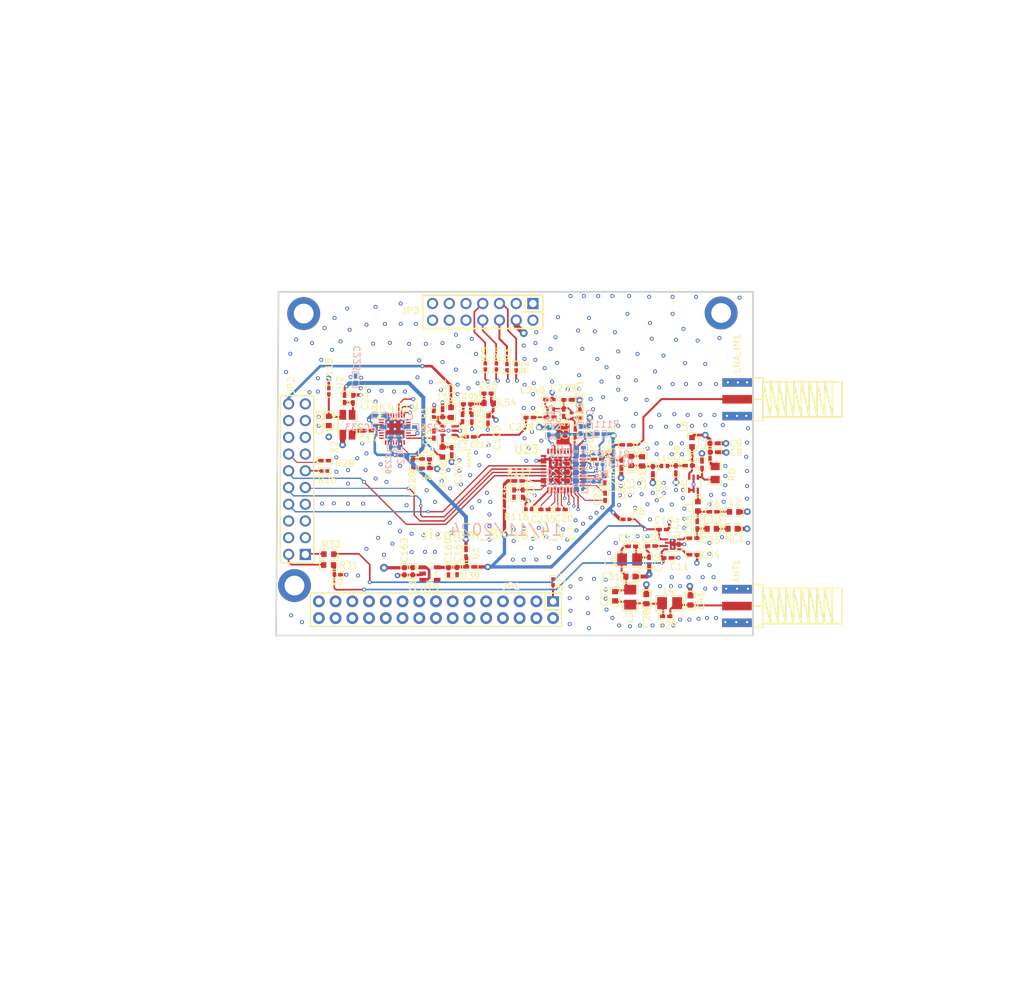
<source format=kicad_pcb>
(kicad_pcb (version 20240108) (generator "pcbnew") (generator_version "8.0")
  (layers (0 "F.Cu" signal "TopLayer") (1 "In1.Cu" signal "Inner1") (2 "In2.Cu" signal "Inner2") (31 "B.Cu" signal "BottomLayer") (34 "B.Paste" user "BottomPasteMaskLayer") (35 "F.Paste" user "TopPasteMaskLayer") (36 "B.SilkS" user "BottomSilkLayer") (37 "F.SilkS" user "TopSilkLayer") (38 "B.Mask" user "BottomSolderMaskLayer") (39 "F.Mask" user "TopSolderMaskLayer") (44 "Edge.Cuts" user "BoardOutLine"))
  (net 0 "")
  (net 1 "A3V3_3811")
  (net 2 "A3V3_4819")
  (net 3 "VCC_LO")
  (net 4 "VCC_RF")
  (net 5 "VCC_LNA")
  (net 6 "VCC_RXIF")
  (net 7 "GND")
  (net 8 "PE4259_CTL_LMX_CE")
  (net 9 "SPI3_SCK")
  (net 10 "VBAT")
  (net 11 "SPI3_MOSI")
  (net 12 "LD_SPI3_CS")
  (net 13 "MODR")
  (net 14 "RX_IN")
  (net 15 "RINN")
  (net 16 "LINN")
  (net 17 "LINP")
  (net 18 "RINP")
  (net 19 "3811_RXLO")
  (net 20 "RF_RX_LNAOUT")
  (net 21 "A3V3")
  (net 22 "TX_PDN")
  (net 23 "RX_PDN")
  (net 24 "RF_TX_4819")
  (net 25 "RF_TX")
  (net 26 "XI")
  (net 27 "C228_2")
  (net 28 "Net-(U23-QFLT2P)")
  (net 29 "Net-(U23-QFLT2N)")
  (net 30 "Net-(U23-IFLT2P)")
  (net 31 "Net-(U23-IFLT2N)")
  (net 32 "Net-(U23-QFLT1N)")
  (net 33 "Net-(U23-QFLT1P)")
  (net 34 "Net-(U23-DVDD)")
  (net 35 "Net-(U23-LOP)")
  (net 36 "Net-(U23-MIXIN)")
  (net 37 "Net-(U23-IFLT1P)")
  (net 38 "Net-(U23-IFLT1N)")
  (net 39 "mSPI_MISO")
  (net 40 "mSPI_CS1")
  (net 41 "mSPI_MOSI")
  (net 42 "mSPI_SCLK")
  (net 43 "Net-(U23-RXQP)")
  (net 44 "Net-(U23-RXQN)")
  (net 45 "Net-(U23-RXIP)")
  (net 46 "Net-(U23-RXIN)")
  (net 47 "Net-(U23-RREF)")
  (net 57 "Net-(ANT1-Pad5)")
  (net 59 "Net-(BK4819-LNAIN)")
  (net 69 "Net-(BK4819-VRAMP)")
  (net 83 "Net-(C3-Pad2)")
  (net 84 "Net-(C6-Pad1)")
  (net 85 "Net-(C55-Pad1)")
  (net 86 "Net-(U4-BIAS)")
  (net 87 "Net-(U44-VRF2)")
  (net 88 "Net-(U44-VRF1)")
  (net 89 "Net-(C12-Pad2)")
  (net 90 "Net-(C13-Pad2)")
  (net 91 "Net-(C13-Pad1)")
  (net 92 "Net-(X2-Output)")
  (net 93 "Net-(C15-Pad2)")
  (net 94 "Net-(C15-Pad1)")
  (net 95 "Net-(C103-Pad1)")
  (net 96 "Net-(C105-Pad2)")
  (net 97 "Net-(U4-OUT{slash}VD)")
  (net 98 "Net-(C26-Pad2)")
  (net 99 "Net-(C28-Pad2)")
  (net 100 "Net-(C30-Pad1)")
  (net 101 "Net-(U44-RFC)")
  (net 102 "Net-(C31-Pad2)")
  (net 103 "Net-(U44-RF1)")
  (net 104 "Net-(C59-Pad1)")
  (net 105 "Net-(PE4259-CTRL#_or_VDD)")
  (net 106 "Net-(PE4259-RFC)")
  (net 107 "Net-(PE4259-CTRL)")
  (net 108 "Net-(PE4259-RF2)")
  (net 109 "Net-(PE4259-RF1)")
  (net 110 "Net-(X2-Vcont)")
  (net 111 "Net-(C228-Pad2)")
  (net 112 "Net-(C238-Pad1)")
  (net 113 "Net-(X2-Vcc)")
  (net 128 "Net-(JP1-Pad1)")
  (net 140 "Net-(JP2-Pad11)")
  (net 146 "Net-(JP2-Pad14)")
  (net 153 "Net-(U4-IN)")
  (footprint "easyeda2kicad_foorprint:R0402" (layer "F.Cu") (at 143.03 94.53 -90)
    (property "Reference" "R4")
    (property "Value" "0Ω")
  )
  (footprint "easyeda2kicad_foorprint:C0402" (layer "F.Cu") (at 160.62 108.23 -90)
    (property "Reference" "C12")
    (property "Value" "NC")
  )
  (footprint "easyeda2kicad_foorprint:R0402" (layer "F.Cu") (at 151.63 127.26 90)
    (property "Reference" "R27")
    (property "Value" "100Ω")
  )
  (footprint "easyeda2kicad_foorprint:C0402" (layer "F.Cu") (at 139.02 105.23 180)
    (property "Reference" "C213")
    (property "Value" "100pF")
  )
  (footprint "easyeda2kicad_foorprint:OSC-SMD_4P-L3.2-W2.5-BL_1XTV" (layer "F.Cu") (at 120.42 103.38 -90)
    (property "Reference" "X2")
    (property "Value" "26MHz")
  )
  (footprint "easyeda2kicad_foorprint:C0402" (layer "F.Cu") (at 159.48 111.66 90)
    (property "Reference" "C246")
    (property "Value" "10nF")
  )
  (footprint "easyeda2kicad_foorprint:L0402" (layer "F.Cu") (at 138.42 122.89 90)
    (property "Reference" "U1")
    (property "Value" "MMZ1005B601CT000")
  )
  (footprint "easyeda2kicad_foorprint:C0402" (layer "F.Cu") (at 121.26 99.48 90)
    (property "Reference" "C254")
    (property "Value" "10nF")
  )
  (footprint "easyeda2kicad_foorprint:HDR-TH_14P-P2.54-V-M-R2-C7-S2.54" (layer "F.Cu") (at 140.96 86.24 180)
    (property "Reference" "JP3")
    (property "Value" "2.54-2*7")
  )
  (footprint "easyeda2kicad_foorprint:SOT-23-5_L2.9-W1.6-P0.95-LS2.8-BR" (layer "F.Cu") (at 132.935 125.99 180)
    (property "Reference" "U19")
    (property "Value" "TPLP5907MFX-3.3")
  )
  (footprint "easyeda2kicad_foorprint:R0402" (layer "F.Cu") (at 118.87 126.17)
    (property "Reference" "R7")
    (property "Value" "10kΩ")
  )
  (footprint "easyeda2kicad_foorprint:R0402" (layer "F.Cu") (at 141.35 94.52 -90)
    (property "Reference" "R5")
    (property "Value" "0Ω")
  )
  (footprint "easyeda2kicad_foorprint:HDR-TH_30P-P2.54-V-M-R2-C15-S2.54-2" (layer "F.Cu") (at 133.86 131.48 180)
    (property "Reference" "JP1")
    (property "Value" "PZ2.54-2*15")
  )
  (footprint "easyeda2kicad_foorprint:C0402" (layer "F.Cu") (at 152.93 116.26 180)
    (property "Reference" "C20")
    (property "Value" "4.7nF")
  )
  (footprint "easyeda2kicad_foorprint:R0603" (layer "F.Cu") (at 117.56 124.69 180)
    (property "Reference" "R31")
    (property "Value" "220Ω")
  )
  (footprint "easyeda2kicad_foorprint:HDR-TH_20P-P2.54-V-M-R2-C10-S2.54" (layer "F.Cu") (at 112.76 111.65 90)
    (property "Reference" "JP2")
    (property "Value" "20 PIN")
  )
  (footprint "easyeda2kicad_foorprint:SMA-TH_SMA-KE-P903" (layer "F.Cu") (at 179.55 130.92 -90)
    (property "Reference" "ANT1")
    (property "Value" "SMA-KE-P903")
  )
  (footprint "easyeda2kicad_foorprint:IND-SMD_L1.0-W0.5-2" (layer "F.Cu") (at 154.45 102.06 -90)
    (property "Reference" "L8")
    (property "Value" "6.8nH")
  )
  (footprint "easyeda2kicad_foorprint:R0402" (layer "F.Cu") (at 146.03 94.66 -90)
    (property "Reference" "R2")
    (property "Value" "0Ω")
  )
  (footprint "easyeda2kicad_foorprint:C0402" (layer "F.Cu") (at 175.99 106.21)
    (property "Reference" "C9")
    (property "Value" "10nF")
  )
  (footprint "easyeda2kicad_foorprint:C0402" (layer "F.Cu") (at 151.08 99.55)
    (property "Reference" "C240")
    (property "Value" "2pF")
  )
  (footprint "easyeda2kicad_foorprint:IND-SMD_L1.6-W0.8-RD" (layer "F.Cu") (at 163.48 108.88 90)
    (property "Reference" "L15")
    (property "Value" "18nH")
  )
  (footprint "easyeda2kicad_foorprint:C0603" (layer "F.Cu") (at 117.59 102.81 -90)
    (property "Reference" "C225")
    (property "Value" "3.3nF")
  )
  (footprint "easyeda2kicad_foorprint:C0402" (layer "F.Cu") (at 172.92 120.62)
    (property "Reference" "C35")
    (property "Value" "1nF")
  )
  (footprint "easyeda2kicad_foorprint:C0402" (layer "F.Cu") (at 169.01 123.61 180)
    (property "Reference" "C11")
    (property "Value" "1nF")
  )
  (footprint "easyeda2kicad_foorprint:C0402" (layer "F.Cu") (at 137.06 125.61 90)
    (property "Reference" "C161")
    (property "Value" "100nF")
  )
  (footprint "sicomm_slaveboard_BK4819_v2:L0402" (layer "F.Cu") (at 132.319 109.9959 180)
    (property "Reference" "L46")
    (property "Value" "NC" (hide yes))
  )
  (footprint "easyeda2kicad_foorprint:SC-70-6_L2.2-W1.3-P0.65-LS2.1-BL" (layer "F.Cu") (at 135.76 104.28 90)
    (property "Reference" "PE4259")
    (property "Value" "PE4259-63")
  )
  (footprint "easyeda2kicad_foorprint:C0402" (layer "F.Cu") (at 134.86 101.64 -90)
    (property "Reference" "C211")
    (property "Value" "100pF")
  )
  (footprint "easyeda2kicad_foorprint:C0402" (layer "F.Cu") (at 166.79 110.27 -90)
    (property "Reference" "C59")
    (property "Value" "12pF")
  )
  (footprint "easyeda2kicad_foorprint:C0603" (layer "F.Cu") (at 175.72 119.18)
    (property "Reference" "C13")
    (property "Value" "NC")
  )
  (footprint "easyeda2kicad_foorprint:R0402" (layer "F.Cu") (at 144.64 94.64 -90)
    (property "Reference" "R3")
    (property "Value" "0Ω")
  )
  (footprint "easyeda2kicad_foorprint:C0402" (layer "F.Cu") (at 129.05 125.64 90)
    (property "Reference" "C163")
    (property "Value" "100nF")
  )
  (footprint "easyeda2kicad_foorprint:C0402" (layer "F.Cu") (at 173.51 118.64 -90)
    (property "Reference" "C55")
    (property "Value" "4.7pF")
  )
  (footprint "easyeda2kicad_foorprint:IND-SMD_L2.3-W1.7-1" (layer "F.Cu") (at 163.35 129.57 90)
    (property "Reference" "L3")
    (property "Value" "0.35*1.4*4T")
  )
  (footprint "easyeda2kicad_foorprint:C0402" (layer "F.Cu") (at 150.34 116.26)
    (property "Reference" "C235")
    (property "Value" "10nF")
  )
  (footprint "easyeda2kicad_foorprint:L0402" (layer "F.Cu") (at 132.32 108.59)
    (property "Reference" "L45")
    (property "Value" "NC")
  )
  (footprint "easyeda2kicad_foorprint:IND-SMD_L1.6-W0.8-RD" (layer "F.Cu") (at 141.86 100.12)
    (property "Reference" "L54")
    (property "Value" "18nH")
  )
  (footprint "easyeda2kicad_foorprint:C0402" (layer "F.Cu") (at 176.05 107.55 180)
    (property "Reference" "C8")
    (property "Value" "22nF")
  )
  (footprint "sicomm_slaveboard_BK4819_v2:Pad_gge111627" (layer "F.Cu") (at 113.777 86.5009)
    (property "Reference" "Pad_gge111627" (hide yes))
    (property "Value" "Pad_gge111627" (hide yes))
  )
  (footprint "easyeda2kicad_foorprint:C0402" (layer "F.Cu") (at 130.33 125.64 -90)
    (property "Reference" "C1")
    (property "Value" "10uF")
  )
  (footprint "easyeda2kicad_foorprint:C0402" (layer "F.Cu") (at 155.01 104.6 90)
    (property "Reference" "C244")
    (property "Value" "100pF")
  )
  (footprint "easyeda2kicad_foorprint:R0603" (layer "F.Cu") (at 117.6 123.04)
    (property "Reference" "R32")
    (property "Value" "220Ω")
  )
  (footprint "easyeda2kicad_foorprint:IND-SMD_L1.6-W0.8-RD" (layer "F.Cu") (at 179.13 116.62)
    (property "Reference" "L2")
    (property "Value" "47nH")
  )
  (footprint "easyeda2kicad_foorprint:C0402" (layer "F.Cu") (at 141.69 98.61 180)
    (property "Reference" "C25")
    (property "Value" "1pF")
  )
  (footprint "easyeda2kicad_foorprint:SOT-363_L2.0-W1.3-P0.65-LS2.1-BL" (layer "F.Cu") (at 172.96 112.34)
    (property "Reference" "U4")
    (property "Value" "MGA-68563")
  )
  (footprint "easyeda2kicad_foorprint:C0603" (layer "F.Cu") (at 178.89 119.19 180)
    (property "Reference" "NC1")
    (property "Value" "82nH")
  )
  (footprint "easyeda2kicad_foorprint:C0402" (layer "F.Cu") (at 133.55 104.88 -90)
    (property "Reference" "C210")
    (property "Value" "100pF")
  )
  (footprint "easyeda2kicad_foorprint:C0603" (layer "F.Cu") (at 172.5 130.06 90)
    (property "Reference" "C41")
    (property "Value" "3.3pF")
  )
  (footprint "easyeda2kicad_foorprint:L0402" (layer "F.Cu") (at 119.97 99.46 -90)
    (property "Reference" "U2")
    (property "Value" "MMZ1005B601CT000")
  )
  (footprint "easyeda2kicad_foorprint:R0402" (layer "F.Cu") (at 117.6 98.3 -90)
    (property "Reference" "R115")
    (property "Value" "3.3kΩ")
  )
  (footprint "easyeda_bk4819:QFN-32_L4.0-W4.0-P0.40-TL-EP2.9" (layer "F.Cu") (at 127.6331 104.0301)
    (property "Reference" "BK4819")
    (property "Value" "BK4819QN32SC")
  )
  (footprint "easyeda2kicad_foorprint:C0402" (layer "F.Cu") (at 141.76 102.58 -90)
    (property "Reference" "C103")
    (property "Value" "4.7pF")
  )
  (footprint "easyeda2kicad_foorprint:R0402" (layer "F.Cu") (at 147.94 116.24)
    (property "Reference" "R116")
    (property "Value" "10kΩ")
  )
  (footprint "easyeda2kicad_foorprint:L0402" (layer "F.Cu") (at 139.06 124.97)
    (property "Reference" "U39")
    (property "Value" "MMZ1005B601CT000")
  )
  (footprint "easyeda2kicad_foorprint:C0402" (layer "F.Cu") (at 172.25 109.6 180)
    (property "Reference" "C26")
    (property "Value" "68pF")
  )
  (footprint "easyeda2kicad_foorprint:C0603" (layer "F.Cu") (at 165.79 129.87 -90)
    (property "Reference" "C28")
    (property "Value" "6.8pF")
  )
  (footprint "easyeda2kicad_foorprint:R0402" (layer "F.Cu") (at 133.5 101.78 90)
    (property "Reference" "R1")
    (property "Value" "10kΩ")
  )
  (footprint "easyeda2kicad_foorprint:C0402" (layer "F.Cu") (at 139.3 102.39 -90)
    (property "Reference" "C129")
    (property "Value" "5.6pF")
  )
  (footprint "easyeda2kicad_foorprint:IND-SMD_L1.0-W0.5-2" (layer "F.Cu") (at 151.25 101.01)
    (property "Reference" "L7")
    (property "Value" "6.8nH")
  )
  (footprint "easyeda2kicad_foorprint:C0402" (layer "F.Cu") (at 146.37 111.92)
    (property "Reference" "R117")
    (property "Value" "10Ω")
  )
  (footprint "easyeda2kicad_foorprint:C0402" (layer "F.Cu") (at 158.45 108.62)
    (property "Reference" "C245")
    (property "Value" "1nF")
  )
  (footprint "easyeda2kicad_foorprint:C0603" (layer "F.Cu") (at 161.05 129.44 90)
    (property "Reference" "C33")
    (property "Value" "2.7pF")
  )
  (footprint "easyeda2kicad_foorprint:C0402" (layer "F.Cu") (at 163.61 121.85)
    (property "Reference" "C32")
    (property "Value" "2pF")
  )
  (footprint "easyeda2kicad_foorprint:C0402" (layer "F.Cu") (at 175.94 116.61 180)
    (property "Reference" "C6")
    (property "Value" "10pF")
  )
  (footprint "easyeda2kicad_foorprint:R0805" (layer "F.Cu") (at 176.24 110.71 90)
    (property "Reference" "R8")
    (property "Value" "6.8kΩ")
  )
  (footprint "easyeda2kicad_foorprint:C0402" (layer "F.Cu") (at 166.55 121.81)
    (property "Reference" "C30")
    (property "Value" "1nF")
  )
  (footprint "sicomm_slaveboard_BK4819_v2:Pad_gge257249" (layer "F.Cu") (at 153.147 104.7889)
    (property "Reference" "Pad_gge257249" (hide yes))
    (property "Value" "Pad_gge257249" (hide yes))
  )
  (footprint "octapart:QFN50P600X600X100-41N-D" (layer "F.Cu") (at 153.15 110.38 180)
    (property "Reference" "U23")
    (property "Value" "CMX994E1" (hide yes))
  )
  (footprint "easyeda2kicad_foorprint:C0402" (layer "F.Cu") (at 147.04 113.84 90)
    (property "Reference" "C237")
    (property "Value" "1nF")
  )
  (footprint "easyeda2kicad_foorprint:SMA-TH_SMA-KE-P903" (layer "F.Cu") (at 179.58 99.52 -90)
    (property "Reference" "LNA_IN1")
    (property "Value" "SMA-KE-P903")
  )
  (footprint "easyeda2kicad_foorprint:IND-SMD_L2.3-W1.7-1" (layer "F.Cu") (at 169.32 130.49 180)
    (property "Reference" "L4")
    (property "Value" "0.4*1.4*3T")
  )
  (footprint "easyeda2kicad_foorprint:C0402" (layer "F.Cu") (at 172.94 123.13)
    (property "Reference" "C54")
    (property "Value" "1nF")
  )
  (footprint "easyeda2kicad_foorprint:C0402" (layer "F.Cu") (at 168.31 119.3 180)
    (property "Reference" "C10")
    (property "Value" "1nF")
  )
  (footprint "easyeda2kicad_foorprint:R0402" (layer "F.Cu") (at 162.77 117.75)
    (property "Reference" "R6")
    (property "Value" "10kΩ")
  )
  (footprint "easyeda2kicad_foorprint:C0402" (layer "F.Cu") (at 155.71 101.78 90)
    (property "Reference" "C241")
    (property "Value" "2pF")
  )
  (footprint "easyeda2kicad_foorprint:IND-SMD_L2.3-W1.7-1" (layer "F.Cu") (at 163.25 123.85)
    (property "Reference" "L5")
    (property "Value" "0.35*1.4*4T")
  )
  (footprint "easyeda2kicad_foorprint:C0402" (layer "F.Cu") (at 153.25 101.56 -90)
    (property "Reference" "C15")
    (property "Value" "1.5pF")
  )
  (footprint "easyeda2kicad_foorprint:C0402" (layer "F.Cu") (at 162.72 106.44)
    (property "Reference" "C3")
    (property "Value" "NC")
  )
  (footprint "easyeda2kicad_foorprint:IND-SMD_L1.6-W0.8-RD" (layer "F.Cu") (at 172.73 106.03 90)
    (property "Reference" "L6")
    (property "Value" "47nH")
  )
  (footprint "easyeda2kicad_foorprint:C0402" (layer "F.Cu") (at 174.25 109.45 -90)
    (property "Reference" "C7")
    (property "Value" "15nF")
  )
  (footprint "sicomm_slaveboard_BK4819_v2:Pad_gge189569" (layer "F.Cu") (at 177.15 86.411)
    (property "Reference" "Pad_gge189569" (hide yes))
    (property "Value" "Pad_gge189569" (hide yes))
  )
  (footprint "easyeda2kicad_foorprint:R0402" (layer "F.Cu") (at 116.93 110.41 180)
    (property "Reference" "R26")
    (property "Value" "100Ω")
  )
  (footprint "easyeda2kicad_foorprint:C0402" (layer "F.Cu") (at 162 109.31 -90)
    (property "Reference" "C60")
    (property "Value" "2.2pF")
  )
  (footprint "easyeda2kicad_foorprint:C0402" (layer "F.Cu") (at 148.08 102.28 180)
    (property "Reference" "C238")
    (property "Value" "100pF")
  )
  (footprint "easyeda2kicad_foorprint:C0402" (layer "F.Cu") (at 170.27 110.16 -90)
    (property "Reference" "C58")
    (property "Value" "10pF")
  )
  (footprint "easyeda2kicad_foorprint:C0402" (layer "F.Cu") (at 130.37 109.18 -90)
    (property "Reference" "C228")
    (property "Value" "NC")
  )
  (footprint "easyeda2kicad_foorprint:C0402" (layer "F.Cu") (at 136.26 107.4 90)
    (property "Reference" "C209")
    (property "Value" "100pF")
  )
  (footprint "easyeda2kicad_foorprint:IND-SMD_L1.0-W0.6" (layer "F.Cu") (at 168.55 109.65 180)
    (property "Reference" "L14")
    (property "Value" "15nH")
  )
  (footprint "easyeda2kicad_foorprint:C0402" (layer "F.Cu") (at 151.22 102.24 180)
    (property "Reference" "C242")
    (property "Value" "1pF")
  )
  (footprint "easyeda2kicad_foorprint:C0402" (layer "F.Cu") (at 138.58 100.23)
    (property "Reference" "C105")
    (property "Value" "100pF")
  )
  (footprint "easyeda2kicad_foorprint:C0402" (layer "F.Cu") (at 153.82 99.6)
    (property "Reference" "C239")
    (property "Value" "4.7pF")
  )
  (footprint "easyeda2kicad_foorprint:C0402" (layer "F.Cu") (at 145.7 113.84 -90)
    (property "Reference" "C236")
    (property "Value" "100nF")
  )
  (footprint "easyeda2kicad_foorprint:C0402" (layer "F.Cu") (at 137.89 102.38 -90)
    (property "Reference" "C212")
    (property "Value" "100pF")
  )
  (footprint "easyeda2kicad_foorprint:C0402" (layer "F.Cu") (at 135.76 125.65 -90)
    (property "Reference" "C160")
    (property "Value" "1uF")
  )
  (footprint "easyeda2kicad_foorprint:C0402" (layer "F.Cu") (at 166.21 124.1 90)
    (property "Reference" "C34")
    (property "Value" "3.9pF")
  )
  (footprint "easyeda2kicad_foorprint:DFN-8_L2.0-W2.0-P0.50-BL-EP" (layer "F.Cu") (at 169.8 121.55 90)
    (property "Reference" "U44")
    (property "Value" "RFSW8000TR7")
  )
  (footprint "easyeda2kicad_foorprint:R0603" (layer "F.Cu") (at 136.15 101.53 90)
    (property "Reference" "R12")
    (property "Value" "51Ω")
  )
  (footprint "easyeda2kicad_foorprint:C0402" (layer "F.Cu") (at 159.54 114.33 90)
    (property "Reference" "C22")
    (property "Value" "4.7nF")
  )
  (footprint "easyeda2kicad_foorprint:R0603" (layer "F.Cu") (at 134.83 107.54 -90)
    (property "Reference" "R108")
    (property "Value" "51Ω")
  )
  (footprint "easyeda2kicad_foorprint:C0402" (layer "F.Cu") (at 116.97 108.84)
    (property "Reference" "R28")
    (property "Value" "100Ω")
  )
  (footprint "easyeda2kicad_foorprint:IND-SMD_L1.6-W0.8-RD" (layer "F.Cu") (at 173.62 115.78 -90)
    (property "Reference" "L1")
    (property "Value" "6.8nH")
  )
  (footprint "easyeda2kicad_foorprint:C0603" (layer "F.Cu") (at 163.39 126.44 180)
    (property "Reference" "C31")
    (property "Value" "6.8pF")
  )
  (footprint "easyeda2kicad_foorprint:C0402" (layer "F.Cu") (at 123.48 104.29)
    (property "Reference" "C14")
    (property "Value" "10nF")
  )
  (footprint "easyeda2kicad_foorprint:C0402" (layer "F.Cu") (at 168.81 132.49 180)
    (property "Reference" "C29")
    (property "Value" "2pF")
  )
  (footprint "easyeda2kicad_foorprint:C0603" (layer "F.Cu") (at 165.15 108.95 90)
    (property "Reference" "C61")
    (property "Value" "1.8pF")
  )
  (footprint "sicomm_slaveboard_BK4819_v2:Pad_gge303765" (layer "F.Cu") (at 112.38 127.813)
    (property "Reference" "Pad_gge303765" (hide yes))
    (property "Value" "Pad_gge303765" (hide yes))
  )
  (footprint "easyeda2kicad_foorprint:R0402" (layer "B.Cu") (at 158.25 107.86 180)
    (property "Reference" "R112")
    (property "Value" "3.3Ω")
  )
  (footprint "easyeda2kicad_foorprint:C0402" (layer "B.Cu") (at 128.28 106.28 90)
    (property "Reference" "C2")
    (property "Value" "4.7uF")
  )
  (footprint "easyeda2kicad_foorprint:C0402" (layer "B.Cu") (at 121.65 96.54 -90)
    (property "Reference" "C223")
    (property "Value" "100nF")
  )
  (footprint "easyeda2kicad_foorprint:C0402" (layer "B.Cu") (at 125.31 102.01)
    (property "Reference" "C232")
    (property "Value" "100nF")
  )
  (footprint "easyeda2kicad_foorprint:R0402" (layer "B.Cu") (at 158.84 104.78 180)
    (property "Reference" "R111")
    (property "Value" "3.3Ω")
  )
  (footprint "easyeda2kicad_foorprint:R0402" (layer "B.Cu") (at 158.71 109.35 180)
    (property "Reference" "R113")
    (property "Value" "3.3Ω")
  )
  (footprint "easyeda2kicad_foorprint:C0402" (layer "B.Cu") (at 125.21 103.74)
    (property "Reference" "C233")
    (property "Value" "100pF")
  )
  (footprint "easyeda2kicad_foorprint:C0402" (layer "B.Cu") (at 155.69 106.84)
    (property "Reference" "C217")
    (property "Value" "100pF")
  )
  (footprint "easyeda2kicad_foorprint:R0402" (layer "B.Cu") (at 158.25 112.06 180)
    (property "Reference" "R9")
    (property "Value" "3.3Ω")
  )
  (footprint "easyeda2kicad_foorprint:C0402" (layer "B.Cu") (at 157.11 104.25 -90)
    (property "Reference" "C4")
    (property "Value" "100pF")
  )
  (footprint "easyeda2kicad_foorprint:C0402" (layer "B.Cu") (at 152.25 104.42 90)
    (property "Reference" "C5")
    (property "Value" "10nF")
  )
  (footprint "easyeda2kicad_foorprint:C0402" (layer "B.Cu") (at 126.98 106.22 90)
    (property "Reference" "C229")
    (property "Value" "10nF")
  )
  (footprint "easyeda2kicad_foorprint:C0402" (layer "B.Cu") (at 155.76 104.2 90)
    (property "Reference" "C215")
    (property "Value" "10nF")
  )
  (footprint "easyeda2kicad_foorprint:C0402" (layer "B.Cu") (at 150.98 104.38 -90)
    (property "Reference" "C216")
    (property "Value" "100pF")
  )
  (footprint "easyeda2kicad_foorprint:C0402" (layer "B.Cu") (at 155.69 108.1 180)
    (property "Reference" "C218")
    (property "Value" "10nF")
  )
  (footprint "easyeda2kicad_foorprint:C0402" (layer "B.Cu") (at 130.07 103.73)
    (property "Reference" "C226")
    (property "Value" "100nF")
  )
  (footprint "easyeda2kicad_foorprint:C0402" (layer "B.Cu") (at 155.74 113.21)
    (property "Reference" "C221")
    (property "Value" "100pF")
  )
  (footprint "easyeda2kicad_foorprint:C0402" (layer "B.Cu") (at 155.73 111.92 180)
    (property "Reference" "C222")
    (property "Value" "10nF")
  )
  (footprint "easyeda2kicad_foorprint:C0402" (layer "B.Cu") (at 155.74 110.63)
    (property "Reference" "C220")
    (property "Value" "100pF")
  )
  (footprint "easyeda2kicad_foorprint:C0402" (layer "B.Cu") (at 155.71 109.37 180)
    (property "Reference" "C219")
    (property "Value" "10nF")
  )
  (gr_line (start 181.9785 115.6423) (end 181.9785 135.3959) (stroke (width 0.254)) (layer "Edge.Cuts"))
  (gr_line (start 109.586 135.3959) (end 109.965072 83.204703) (stroke (width 0.254)) (layer "Edge.Cuts"))
  (gr_line (start 181.9785 135.3959) (end 109.586 135.3959) (stroke (width 0.254)) (layer "Edge.Cuts"))
  (gr_line (start 109.965072 83.204703) (end 176.261 83.1989) (stroke (width 0.254)) (layer "Edge.Cuts"))
  (gr_line (start 109.586 135.3959) (end 109.586 135.3959) (stroke (width 0.254)) (layer "Edge.Cuts"))
  (gr_line (start 176.261 83.1989) (end 181.9785 83.1989) (stroke (width 0.254)) (layer "Edge.Cuts"))
  (gr_line (start 181.9785 83.1989) (end 181.9785 115.6423) (stroke (width 0.254)) (layer "Edge.Cuts"))
  (gr_text "14/11/2024" (at 153.147 118.306 0) (layer "B.SilkS") (effects (font (size 1.76 1.76) (thickness 0.2032)) (justify left top mirror)))
  (gr_text "sicomm_BK4819_v2" (at 131.303 119.0639 0) (layer "F.SilkS") (effects (font (size 1.6 1.6) (thickness 0.2032)) (justify left top)))
  (segment (start 175.4619 107.493) (end 175.4619 109.1229) (width 0.5) (layer "F.Cu") (net 1))
  (segment (start 175.4619 109.1229) (end 176.134 109.795) (width 0.5) (layer "F.Cu") (net 1))
  (segment (start 161.783 117.7429) (end 162.2392 117.7429) (width 0.5) (layer "F.Cu") (net 1))
  (segment (start 173.0212 104.953) (end 174.737 104.953) (width 0.4) (layer "F.Cu") (net 1))
  (segment (start 144.765 111.9009) (end 145.8562 111.9009) (width 0.5) (layer "F.Cu") (net 1))
  (segment (start 139.5951 124.9819) (end 141.717 124.9819) (width 0.5) (layer "F.Cu") (net 1))
  (segment (start 144.257 120.066) (end 144.257 112.4089) (width 0.5) (layer "F.Cu") (net 1))
  (segment (start 172.705 105.2692) (end 173.0212 104.953) (width 0.4) (layer "F.Cu") (net 1))
  (segment (start 175.4619 106.223) (end 175.4619 106.223) (width 0.5) (layer "F.Cu") (net 1))
  (segment (start 160.767 116.7269) (end 161.783 117.7429) (width 0.5) (layer "F.Cu") (net 1))
  (segment (start 175.4619 105.6779) (end 175.4619 106.223) (width 0.5) (layer "F.Cu") (net 1))
  (segment (start 175.4619 107.493) (end 175.4619 106.223) (width 0.5) (layer "F.Cu") (net 1))
  (segment (start 144.257 112.4089) (end 144.765 111.9009) (width 0.5) (layer "F.Cu") (net 1))
  (segment (start 174.737 104.953) (end 175.4619 105.6779) (width 0.5) (layer "F.Cu") (net 1))
  (via (at 144.257 120.066) (size 1) (drill 0.5) (layers "F.Cu" "B.Cu") (net 1))
  (via (at 141.717 124.9819) (size 1) (drill 0.5) (layers "F.Cu" "B.Cu") (net 1))
  (via (at 160.767 116.7269) (size 0.6) (drill 0.33) (layers "F.Cu" "B.Cu") (net 1))
  (via (at 160.767 105.0429) (size 1) (drill 0.5) (layers "F.Cu" "B.Cu") (net 1))
  (via (at 174.737 104.953) (size 1) (drill 0.5) (layers "F.Cu" "B.Cu") (net 1))
  (segment (start 158.6588 107.8369) (end 158.6588 108.0147) (width 0.3) (layer "B.Cu") (net 1))
  (segment (start 160.224 116.1839) (end 160.767 116.7269) (width 0.5) (layer "B.Cu") (net 1))
  (segment (start 144.257 122.9499) (end 144.257 120.066) (width 0.5) (layer "B.Cu") (net 1))
  (segment (start 160.767 105.0429) (end 160.513 104.7889) (width 0.5) (layer "B.Cu") (net 1))
  (segment (start 159.2938 104.7889) (end 159.2938 105.8811) (width 0.3) (layer "B.Cu") (net 1))
  (segment (start 159.2938 105.8811) (end 158.6588 106.5161) (width 0.3) (layer "B.Cu") (net 1))
  (segment (start 158.6588 108.0147) (end 159.1668 108.5227) (width 0.3) (layer "B.Cu") (net 1))
  (segment (start 160.167 116.1839) (end 160.224 116.1839) (width 0.5) (layer "B.Cu") (net 1))
  (segment (start 159.1678 109.3609) (end 159.1678 111.5199) (width 0.3) (layer "B.Cu") (net 1))
  (segment (start 142.225 124.9819) (end 144.257 122.9499) (width 0.5) (layer "B.Cu") (net 1))
  (segment (start 159.1678 111.5199) (end 158.6598 112.0279) (width 0.3) (layer "B.Cu") (net 1))
  (segment (start 141.717 124.9819) (end 142.225 124.9819) (width 0.5) (layer "B.Cu") (net 1))
  (segment (start 141.717 124.9819) (end 151.369 124.9819) (width 0.5) (layer "B.Cu") (net 1))
  (segment (start 160.767 115.5839) (end 160.767 105.0429) (width 0.5) (layer "B.Cu") (net 1))
  (segment (start 158.6588 106.5161) (end 158.6588 107.8369) (width 0.3) (layer "B.Cu") (net 1))
  (segment (start 151.369 124.9819) (end 160.767 115.5839) (width 0.5) (layer "B.Cu") (net 1))
  (segment (start 159.1668 108.5227) (end 159.1668 109.3609) (width 0.3) (layer "B.Cu") (net 1))
  (segment (start 160.513 104.7889) (end 159.2948 104.7889) (width 0.5) (layer "B.Cu") (net 1))
  (segment (start 125.5631 103.4269) (end 124.4429 103.4269) (width 0.2) (layer "F.Cu") (net 2))
  (segment (start 120.254 97.5499) (end 120 97.8039) (width 0.3) (layer "F.Cu") (net 2))
  (segment (start 127.0201 107.364) (end 127.62 107.9639) (width 0.15) (layer "F.Cu") (net 2))
  (segment (start 134.859 108.3363) (end 134.4867 107.9639) (width 0.3) (layer "F.Cu") (net 2))
  (segment (start 134.1869 107.9639) (end 133.335 107.112) (width 0.3) (layer "F.Cu") (net 2))
  (segment (start 134.4867 107.9639) (end 134.1869 107.9639) (width 0.3) (layer "F.Cu") (net 2))
  (segment (start 124.4429 103.4269) (end 123.683 102.667) (width 0.2) (layer "F.Cu") (net 2))
  (segment (start 127.0201 106.0841) (end 127.0201 107.364) (width 0.15) (layer "F.Cu") (net 2))
  (segment (start 120 97.8039) (end 120 98.9098) (width 0.3) (layer "F.Cu") (net 2))
  (segment (start 138.415 122.4048) (end 138.415 120.7909) (width 0.5) (layer "F.Cu") (net 2))
  (via (at 120.254 97.5499) (size 0.62) (drill 0.31) (layers "F.Cu" "B.Cu") (net 2))
  (via (at 127.62 107.9639) (size 0.62) (drill 0.3) (layers "F.Cu" "B.Cu") (net 2))
  (via (at 138.415 120.7909) (size 1) (drill 0.5) (layers "F.Cu" "B.Cu") (net 2))
  (via (at 123.683 102.667) (size 0.6) (drill 0.33) (layers "F.Cu" "B.Cu") (net 2))
  (via (at 133.335 107.112) (size 0.62) (drill 0.31) (layers "F.Cu" "B.Cu") (net 2))
  (segment (start 127.62 107.9639) (end 124.953 107.9639) (width 0.4) (layer "B.Cu") (net 2))
  (segment (start 126.985 107.3289) (end 126.985 106.731) (width 0.3) (layer "B.Cu") (net 2))
  (segment (start 129.017 107.9639) (end 127.62 107.9639) (width 0.6) (layer "B.Cu") (net 2))
  (segment (start 120.7139 97.09) (end 120.254 97.5499) (width 0.6) (layer "B.Cu") (net 2))
  (segment (start 132.137 105.914) (end 131.938 105.914) (width 0.3) (layer "B.Cu") (net 2))
  (segment (start 124.7889 103.7729) (end 123.683 102.667) (width 0.25) (layer "B.Cu") (net 2))
  (segment (start 128.509 108.002) (end 130.795 108.002) (width 0.6) (layer "B.Cu") (net 2))
  (segment (start 126.985 106.731) (end 126.985 106.731) (width 0.3) (layer "B.Cu") (net 2))
  (segment (start 129.7409 97.0419) (end 121.905 97.0419) (width 0.6) (layer "B.Cu") (net 2))
  (segment (start 130.795 108.002) (end 131.938 106.859) (width 0.6) (layer "B.Cu") (net 2))
  (segment (start 124.953 107.9639) (end 124.572 107.5829) (width 0.4) (layer "B.Cu") (net 2))
  (segment (start 123.683 102.667) (end 123.683 102.667) (width 0.25) (layer "B.Cu") (net 2))
  (segment (start 127.62 107.9639) (end 126.985 107.3289) (width 0.3) (layer "B.Cu") (net 2))
  (segment (start 123.683 102.447) (end 123.683 102.667) (width 0.6) (layer "B.Cu") (net 2))
  (segment (start 124.572 107.5829) (end 124.572 105.1699) (width 0.4) (layer "B.Cu") (net 2))
  (segment (start 124.572 105.1699) (end 124.7879 104.954) (width 0.4) (layer "B.Cu") (net 2))
  (segment (start 126.985 106.731) (end 128.255 106.731) (width 0.3) (layer "B.Cu") (net 2))
  (segment (start 124.12 102.01) (end 123.683 102.447) (width 0.6) (layer "B.Cu") (net 2))
  (segment (start 133.335 107.112) (end 132.137 105.914) (width 0.3) (layer "B.Cu") (net 2))
  (segment (start 124.76 102.01) (end 124.12 102.01) (width 0.6) (layer "B.Cu") (net 2))
  (segment (start 121.65 97.09) (end 120.7139 97.09) (width 0.6) (layer "B.Cu") (net 2))
  (segment (start 124.7879 104.954) (end 124.7879 103.7729) (width 0.4) (layer "B.Cu") (net 2))
  (segment (start 131.938 106.859) (end 131.938 99.239) (width 0.6) (layer "B.Cu") (net 2))
  (segment (start 138.415 117.3619) (end 129.017 107.9639) (width 0.6) (layer "B.Cu") (net 2))
  (segment (start 138.415 120.7909) (end 138.415 117.3619) (width 0.6) (layer "B.Cu") (net 2))
  (segment (start 131.938 99.239) (end 129.7409 97.0419) (width 0.6) (layer "B.Cu") (net 2))
  (segment (start 155.4 106.66) (end 156.2551 105.8049) (width 0.293) (layer "F.Cu") (net 3))
  (segment (start 155.4 107.43) (end 155.4 106.66) (width 0.293) (layer "F.Cu") (net 3))
  (segment (start 151.8952 107.6287) (end 151.8952 106.7122) (width 0.2) (layer "F.Cu") (net 3))
  (segment (start 151.8952 106.7122) (end 151.496 106.3129) (width 0.2) (layer "F.Cu") (net 3))
  (segment (start 156.2551 105.8049) (end 156.449 105.8049) (width 0.293) (layer "F.Cu") (net 3))
  (via (at 156.449 105.8049) (size 0.5) (drill 0.25) (layers "F.Cu" "B.Cu") (net 3))
  (via (at 151.496 106.3129) (size 0.5) (drill 0.25) (layers "F.Cu" "B.Cu") (net 3))
  (via (at 148.448 104.445) (size 0.6) (drill 0.33) (layers "F.Cu" "B.Cu") (net 3))
  (segment (start 150.988 105.8049) (end 150.988 104.953) (width 0.2) (layer "B.Cu") (net 3))
  (segment (start 152.385 104.826) (end 155.814 104.826) (width 0.4) (layer "B.Cu") (net 3))
  (segment (start 157.084 104.826) (end 157.1211 104.7889) (width 0.15) (layer "B.Cu") (net 3))
  (segment (start 157.1211 104.7889) (end 158.4292 104.7889) (width 0.6) (layer "B.Cu") (net 3))
  (segment (start 155.814 104.826) (end 157.084 104.826) (width 0.4) (layer "B.Cu") (net 3))
  (segment (start 156.5165 105.7375) (end 156.5165 104.826) (width 0.3) (layer "B.Cu") (net 3))
  (segment (start 151.496 106.3129) (end 150.988 105.8049) (width 0.2) (layer "B.Cu") (net 3))
  (segment (start 150.988 104.953) (end 152.258 104.953) (width 0.4) (layer "B.Cu") (net 3))
  (segment (start 156.449 105.8049) (end 156.5165 105.7375) (width 0.3) (layer "B.Cu") (net 3))
  (segment (start 152.258 104.953) (end 152.385 104.826) (width 0.4) (layer "B.Cu") (net 3))
  (segment (start 157.338 109.4879) (end 157.338 109.8689) (width 0.2) (layer "F.Cu") (net 4))
  (segment (start 155.9171 109.1069) (end 156.957 109.1069) (width 0.2) (layer "F.Cu") (net 4))
  (segment (start 156.957 109.1069) (end 157.338 109.4879) (width 0.2) (layer "F.Cu") (net 4))
  (segment (start 155.8953 109.1288) (end 155.9171 109.1069) (width 0.2) (layer "F.Cu") (net 4))
  (via (at 157.338 109.8689) (size 0.5) (drill 0.25) (layers "F.Cu" "B.Cu") (net 4))
  (segment (start 157.338 107.8369) (end 157.7942 107.8369) (width 0.2) (layer "B.Cu") (net 4))
  (segment (start 157.338 109.8689) (end 157.338 108.3449) (width 0.2) (layer "B.Cu") (net 4))
  (segment (start 157.084 108.0909) (end 157.338 107.8369) (width 0.2) (layer "B.Cu") (net 4))
  (segment (start 156.2321 108.0909) (end 156.2321 106.8209) (width 0.3) (layer "B.Cu") (net 4))
  (segment (start 157.338 108.3449) (end 157.084 108.0909) (width 0.2) (layer "B.Cu") (net 4))
  (segment (start 157.084 108.0909) (end 156.2321 108.0909) (width 0.2) (layer "B.Cu") (net 4))
  (segment (start 155.8952 110.6286) (end 157.8483 110.6286) (width 0.2) (layer "F.Cu") (net 5))
  (segment (start 157.8483 110.6286) (end 158.1 110.3769) (width 0.2) (layer "F.Cu") (net 5))
  (via (at 158.1 110.3769) (size 0.5) (drill 0.25) (layers "F.Cu" "B.Cu") (net 5))
  (segment (start 156.2321 110.6309) (end 157.846 110.6309) (width 0.2) (layer "B.Cu") (net 5))
  (segment (start 158.1 110.3769) (end 158.3022 110.1747) (width 0.2) (layer "B.Cu") (net 5))
  (segment (start 156.2321 109.3609) (end 156.2321 110.6309) (width 0.3) (layer "B.Cu") (net 5))
  (segment (start 158.3022 110.1747) (end 158.3022 109.3609) (width 0.2) (layer "B.Cu") (net 5))
  (segment (start 157.846 110.6309) (end 158.1 110.3769) (width 0.2) (layer "B.Cu") (net 5))
  (segment (start 155.9054 111.1389) (end 157.338 111.1389) (width 0.2) (layer "F.Cu") (net 6))
  (segment (start 157.338 111.1389) (end 158.227 111.1389) (width 0.2) (layer "F.Cu") (net 6))
  (segment (start 155.8952 111.1288) (end 155.9054 111.1389) (width 0.2) (layer "F.Cu") (net 6))
  (via (at 158.227 111.1389) (size 0.5) (drill 0.25) (layers "F.Cu" "B.Cu") (net 6))
  (segment (start 156.3591 112.0279) (end 157.7942 112.0279) (width 0.3) (layer "B.Cu") (net 6))
  (segment (start 156.2321 111.9009) (end 156.2321 113.1709) (width 0.3) (layer "B.Cu") (net 6))
  (segment (start 158.227 111.1389) (end 157.7942 111.5718) (width 0.2) (layer "B.Cu") (net 6))
  (segment (start 156.2321 111.9009) (end 156.3591 112.0279) (width 0.3) (layer "B.Cu") (net 6))
  (segment (start 157.7942 111.5718) (end 157.7942 112.0279) (width 0.2) (layer "B.Cu") (net 6))
  (segment (start 181.074 119.19) (end 181.087 119.177) (width 0.2) (layer "F.Cu") (net 7))
  (segment (start 172.451 129.3619) (end 172.451 127.9539) (width 0.6) (layer "F.Cu") (net 7))
  (segment (start 146.0325 87.5195) (end 146.0325 88.3145) (width 0.8) (layer "F.Cu") (net 7))
  (segment (start 177.88 107.55) (end 177.93 107.6) (width 0.2) (layer "F.Cu") (net 7))
  (segment (start 153.147 105.4239) (end 153.147 104.5349) (width 0.2) (layer "F.Cu") (net 7))
  (segment (start 119.68 106.45) (end 119.68 104.93) (width 0.8) (layer "F.Cu") (net 7))
  (segment (start 170.673 123.5849) (end 169.4401 123.5849) (width 0.4) (layer "F.Cu") (net 7))
  (segment (start 136.588 104.2809) (end 136.6251 104.318) (width 0.3) (layer "F.Cu") (net 7))
  (segment (start 151.5933 108.6286) (end 150.3952 108.6286) (width 0.4) (layer "F.Cu") (net 7))
  (segment (start 172.4092 113.3091) (end 172.309 113.2089) (width 0.3) (layer "F.Cu") (net 7))
  (segment (start 130.414 126.1991) (end 129.017 126.1991) (width 0.4) (layer "F.Cu") (net 7))
  (segment (start 168.8564 121.303) (end 169.5341 121.303) (width 0.3) (layer "F.Cu") (net 7))
  (segment (start 154.37 99.6) (end 155.59 99.6) (width 0.6) (layer "F.Cu") (net 7))
  (segment (start 147.051 114.351) (end 147.686 114.986) (width 0.6) (layer "F.Cu") (net 7))
  (segment (start 174.229 107.747) (end 174.229 108.8529) (width 0.5) (layer "F.Cu") (net 7))
  (segment (start 147.686 114.986) (end 147.94 114.986) (width 0.6) (layer "F.Cu") (net 7))
  (segment (start 147.432 116.0167) (end 147.432 115.367) (width 0.3) (layer "F.Cu") (net 7))
  (segment (start 166.79 110.82) (end 166.79 112.2) (width 0.6) (layer "F.Cu") (net 7))
  (segment (start 133.9859 109.9959) (end 134.07 110.08) (width 0.5) (layer "F.Cu") (net 7))
  (segment (start 172.959 113.2089) (end 172.959 111.3289) (width 0.3) (layer "F.Cu") (net 7))
  (segment (start 165.9501 126.3789) (end 166.228 126.101) (width 0.2) (layer "F.Cu") (net 7))
  (segment (start 132.8641 109.9959) (end 133.9859 109.9959) (width 0.5) (layer "F.Cu") (net 7))
  (segment (start 136.256 109.017) (end 136.256 107.874) (width 0.5) (layer "F.Cu") (net 7))
  (segment (start 155.59 99.6) (end 155.65 99.66) (width 0.6) (layer "F.Cu") (net 7))
  (segment (start 162 111.38) (end 161.95 111.43) (width 0.293) (layer "F.Cu") (net 7))
  (segment (start 169.022 119.2669) (end 168.8061 119.2669) (width 0.4) (layer "F.Cu") (net 7))
  (segment (start 171.562 121.5529) (end 170.7116 121.5529) (width 0.4) (layer "F.Cu") (net 7))
  (segment (start 154.3952 108.45) (end 154.544 108.5989) (width 0.2) (layer "F.Cu") (net 7))
  (segment (start 134.859 101.0688) (end 134.859 100) (width 0.5) (layer "F.Cu") (net 7))
  (segment (start 164.09 126.44) (end 165.889 126.44) (width 0.6) (layer "F.Cu") (net 7))
  (segment (start 166.79 112.2) (end 166.78 112.21) (width 0.2) (layer "F.Cu") (net 7))
  (segment (start 139.31 104.03) (end 139.304 104.024) (width 0.3) (layer "F.Cu") (net 7))
  (segment (start 170.292 110.795) (end 170.292 112.1549) (width 0.4) (layer "F.Cu") (net 7))
  (segment (start 154.4 107.43) (end 154.4 106.53) (width 0.293) (layer "F.Cu") (net 7))
  (segment (start 169.276 119.0129) (end 169.022 119.2669) (width 0.4) (layer "F.Cu") (net 7))
  (segment (start 139.304 104.024) (end 139.304 102.921) (width 0.3) (layer "F.Cu") (net 7))
  (segment (start 147.5072 116.0919) (end 147.432 116.0167) (width 0.3) (layer "F.Cu") (net 7))
  (segment (start 120.254 126.162) (end 119.2898 126.162) (width 0.4) (layer "F.Cu") (net 7))
  (segment (start 165.889 126.44) (end 166.228 126.101) (width 0.6) (layer "F.Cu") (net 7))
  (segment (start 147.813 114.986) (end 147.94 114.986) (width 0.3) (layer "F.Cu") (net 7))
  (segment (start 154.3952 107.6287) (end 154.3952 108.45) (width 0.2) (layer "F.Cu") (net 7))
  (segment (start 176.6 107.55) (end 177.88 107.55) (width 0.6) (layer "F.Cu") (net 7))
  (segment (start 131.6528 126.1991) (end 130.414 126.1991) (width 0.4) (layer "F.Cu") (net 7))
  (segment (start 119.2898 126.162) (end 119.2898 126.162) (width 0.4) (layer "F.Cu") (net 7))
  (segment (start 169.5341 121.303) (end 169.784 121.5529) (width 0.3) (layer "F.Cu") (net 7))
  (segment (start 119.506 104.365) (end 119.5 104.371) (width 0.2) (layer "F.Cu") (net 7))
  (segment (start 181.1 116.62) (end 181.13 116.59) (width 0.2) (layer "F.Cu") (net 7))
  (segment (start 165.8 129.0609) (end 165.847 129.1079) (width 0.2) (layer "F.Cu") (net 7))
  (segment (start 179.59 119.19) (end 181.074 119.19) (width 0.6) (layer "F.Cu") (net 7))
  (segment (start 119.68 104.93) (end 119.72 104.89) (width 0.6) (layer "F.Cu") (net 7))
  (segment (start 136.6251 104.318) (end 137.526 104.318) (width 0.3) (layer "F.Cu") (net 7))
  (segment (start 132.8641 109.9959) (end 132.8641 108.5989) (width 0.5) (layer "F.Cu") (net 7))
  (segment (start 147.432 115.367) (end 147.813 114.986) (width 0.3) (layer "F.Cu") (net 7))
  (segment (start 162 109.86) (end 162 111.38) (width 0.6) (layer "F.Cu") (net 7))
  (segment (start 146.0325 88.3145) (end 147.178 89.46) (width 0.8) (layer "F.Cu") (net 7))
  (segment (start 128.001 126.289) (end 128.0909 126.1991) (width 0.4) (layer "F.Cu") (net 7))
  (segment (start 141.717 104.137) (end 141.717 103.2121) (width 0.3) (layer "F.Cu") (net 7))
  (segment (start 149.083 108.8529) (end 150.3952 108.8529) (width 0.4) (layer "F.Cu") (net 7))
  (segment (start 166.228 124.638) (end 166.228 126.101) (width 0.6) (layer "F.Cu") (net 7))
  (segment (start 165.8 127.6489) (end 165.8 129.0609) (width 0.6) (layer "F.Cu") (net 7))
  (segment (start 151.496 99.5448) (end 151.496 98.476) (width 0.4) (layer "F.Cu") (net 7))
  (segment (start 155.687 101.1958) (end 155.687 99.697) (width 0.4) (layer "F.Cu") (net 7))
  (segment (start 141.72 104.14) (end 141.717 104.137) (width 0.3) (layer "F.Cu") (net 7))
  (segment (start 121.4498 98.857) (end 121.397 98.9098) (width 0.5) (layer "F.Cu") (net 7))
  (segment (start 131.8539 125.9979) (end 131.6528 126.1991) (width 0.4) (layer "F.Cu") (net 7))
  (segment (start 122.413 98.857) (end 121.4498 98.857) (width 0.5) (layer "F.Cu") (net 7))
  (segment (start 150.3952 108.1287) (end 150.3952 109.1242) (width 0.2) (layer "F.Cu") (net 7))
  (segment (start 151.5331 99.5819) (end 151.496 99.5448) (width 0.4) (layer "F.Cu") (net 7))
  (segment (start 151.623 108.5989) (end 151.5933 108.6286) (width 0.4) (layer "F.Cu") (net 7))
  (segment (start 169.276 118.1239) (end 169.276 119.0129) (width 0.4) (layer "F.Cu") (net 7))
  (segment (start 176.54 106.21) (end 177.88 106.21) (width 0.6) (layer "F.Cu") (net 7))
  (segment (start 133.589 101.3081) (end 133.589 100.381) (width 0.5) (layer "F.Cu") (net 7))
  (segment (start 155.687 99.697) (end 155.65 99.66) (width 0.4) (layer "F.Cu") (net 7))
  (segment (start 170.7116 121.8029) (end 170.7116 121.303) (width 0.3) (layer "F.Cu") (net 7))
  (segment (start 128.0909 126.1991) (end 129.017 126.1991) (width 0.4) (layer "F.Cu") (net 7))
  (segment (start 154.4 106.53) (end 153.147 105.277) (width 0.293) (layer "F.Cu") (net 7))
  (segment (start 170.7116 121.5529) (end 169.784 121.5529) (width 0.4) (layer "F.Cu") (net 7))
  (segment (start 172.959 113.3091) (end 172.4092 113.3091) (width 0.3) (layer "F.Cu") (net 7))
  (segment (start 153.147 105.277) (end 153.147 104.7889) (width 0.293) (layer "F.Cu") (net 7))
  (segment (start 172.451 127.9539) (end 172.4 127.9029) (width 0.2) (layer "F.Cu") (net 7))
  (segment (start 179.83 116.62) (end 181.1 116.62) (width 0.6) (layer "F.Cu") (net 7))
  (via (at 179.563 128.2839) (size 0.6) (drill 0.33) (layers "F.Cu" "B.Cu") (net 7))
  (via (at 157.084 134.29) (size 0.6) (drill 0.33) (layers "F.Cu" "B.Cu") (net 7))
  (via (at 158.227 116.764) (size 0.6) (drill 0.3) (layers "F.Cu" "B.Cu") (net 7))
  (via (at 155.052 117.907) (size 0.6) (drill 0.3) (layers "F.Cu" "B.Cu") (net 7))
  (via (at 153.87 98) (size 0.6) (drill 0.33) (layers "F.Cu" "B.Cu") (net 7))
  (via (at 169.74 120.98) (size 0.5) (drill 0.25) (layers "F.Cu" "B.Cu") (net 7))
  (via (at 136.891 89.713) (size 0.6) (drill 0.33) (layers "F.Cu" "B.Cu") (net 7))
  (via (at 161.529 103.556) (size 0.6) (drill 0.33) (layers "F.Cu" "B.Cu") (net 7))
  (via (at 154.544 110.3769) (size 0.6) (drill 0.3) (layers "F.Cu" "B.Cu") (net 7))
  (via (at 151.623 112.1549) (size 0.6) (drill 0.3) (layers "F.Cu" "B.Cu") (net 7))
  (via (at 171.562 117.653) (size 0.6) (drill 0.33) (layers "F.Cu" "B.Cu") (net 7))
  (via (at 147.178 91.364) (size 0.6) (drill 0.33) (layers "F.Cu" "B.Cu") (net 7))
  (via (at 118.476 87.173) (size 0.6) (drill 0.33) (layers "F.Cu" "B.Cu") (net 7))
  (via (at 176.896 90.221) (size 0.6) (drill 0.33) (layers "F.Cu" "B.Cu") (net 7))
  (via (at 156.068 91.872) (size 0.6) (drill 0.33) (layers "F.Cu" "B.Cu") (net 7))
  (via (at 149.845 105.8049) (size 0.6) (drill 0.33) (layers "F.Cu" "B.Cu") (net 7))
  (via (at 158.85 102.23) (size 0.6) (drill 0.33) (layers "F.Cu" "B.Cu") (net 7))
  (via (at 168.26 133.8719) (size 0.6) (drill 0.33) (layers "F.Cu" "B.Cu") (net 7))
  (via (at 159.116 115.9649) (size 0.6) (drill 0.3) (layers "F.Cu" "B.Cu") (net 7))
  (via (at 128.636 103.0109) (size 0.6) (drill 0.3) (layers "F.Cu" "B.Cu") (net 7))
  (via (at 141.971 122.733) (size 0.6) (drill 0.33) (layers "F.Cu" "B.Cu") (net 7))
  (via (at 153.147 111.2659) (size 0.6) (drill 0.3) (layers "F.Cu" "B.Cu") (net 7))
  (via (at 116.571 115.367) (size 0.6) (drill 0.33) (layers "F.Cu" "B.Cu") (net 7))
  (via (at 169.657 115.494) (size 0.6) (drill 0.33) (layers "F.Cu" "B.Cu") (net 7))
  (via (at 131.303 93.6129) (size 0.6) (drill 0.33) (layers "F.Cu" "B.Cu") (net 7))
  (via (at 181.087 119.177) (size 1) (drill 0.5) (layers "F.Cu" "B.Cu") (net 7))
  (via (at 128.382 119.558) (size 0.6) (drill 0.33) (layers "F.Cu" "B.Cu") (net 7))
  (via (at 154.163 129.718) (size 0.6) (drill 0.33) (layers "F.Cu" "B.Cu") (net 7))
  (via (at 167.117 95.301) (size 0.6) (drill 0.33) (layers "F.Cu" "B.Cu") (net 7))
  (via (at 120.508 115.367) (size 0.6) (drill 0.33) (layers "F.Cu" "B.Cu") (net 7))
  (via (at 152.004 90.094) (size 0.6) (drill 0.33) (layers "F.Cu" "B.Cu") (net 7))
  (via (at 136.002 113.0439) (size 0.6) (drill 0.33) (layers "F.Cu" "B.Cu") (net 7))
  (via (at 129.144 98.349) (size 0.6) (drill 0.33) (layers "F.Cu" "B.Cu") (net 7))
  (via (at 133.716 122.6959) (size 0.6) (drill 0.33) (layers "F.Cu" "B.Cu") (net 7))
  (via (at 127.62 103.0109) (size 0.6) (drill 0.3) (layers "F.Cu" "B.Cu") (net 7))
  (via (at 174.737 103.429) (size 0.6) (drill 0.33) (layers "F.Cu" "B.Cu") (net 7))
  (via (at 136.256 109.017) (size 1) (drill 0.5) (layers "F.Cu" "B.Cu") (net 7))
  (via (at 139.304 90.348) (size 0.6) (drill 0.33) (layers "F.Cu" "B.Cu") (net 7))
  (via (at 181.214 121.336) (size 0.6) (drill 0.33) (layers "F.Cu" "B.Cu") (net 7))
  (via (at 174.356 126.543) (size 0.6) (drill 0.33) (layers "F.Cu" "B.Cu") (net 7))
  (via (at 147.178 119.177) (size 0.6) (drill 0.33) (layers "F.Cu" "B.Cu") (net 7))
  (via (at 175.372 121.336) (size 0.6) (drill 0.33) (layers "F.Cu" "B.Cu") (net 7))
  (via (at 126.096 88.062) (size 0.6) (drill 0.33) (layers "F.Cu" "B.Cu") (net 7))
  (via (at 148.702 97.079) (size 0.6) (drill 0.33) (layers "F.Cu" "B.Cu") (net 7))
  (via (at 165.847 99.619) (size 0.6) (drill 0.33) (layers "F.Cu" "B.Cu") (net 7))
  (via (at 151.623 111.2659) (size 0.6) (drill 0.3) (layers "F.Cu" "B.Cu") (net 7))
  (via (at 120.762 88.951) (size 0.6) (drill 0.33) (layers "F.Cu" "B.Cu") (net 7))
  (via (at 116.063 103.556) (size 0.6) (drill 0.33) (layers "F.Cu" "B.Cu") (net 7))
  (via (at 164.45 120.32) (size 0.6) (drill 0.33) (layers "F.Cu" "B.Cu") (net 7))
  (via (at 137.399 110.3769) (size 0.6) (drill 0.33) (layers "F.Cu" "B.Cu") (net 7))
  (via (at 171.562 121.5529) (size 0.6) (drill 0.33) (layers "F.Cu" "B.Cu") (net 7))
  (via (at 169.657 126.543) (size 0.6) (drill 0.33) (layers "F.Cu" "B.Cu") (net 7))
  (via (at 154.29 127.94) (size 0.6) (drill 0.33) (layers "F.Cu" "B.Cu") (net 7))
  (via (at 124.699 111.557) (size 0.6) (drill 0.33) (layers "F.Cu" "B.Cu") (net 7))
  (via (at 130.795 88.062) (size 0.6) (drill 0.33) (layers "F.Cu" "B.Cu") (net 7))
  (via (at 162.672 99.492) (size 0.6) (drill 0.33) (layers "F.Cu" "B.Cu") (net 7))
  (via (at 137.653 112.446) (size 0.6) (drill 0.33) (layers "F.Cu" "B.Cu") (net 7))
  (via (at 148.321 122.098) (size 0.6) (drill 0.33) (layers "F.Cu" "B.Cu") (net 7))
  (via (at 134.732 111.9009) (size 0.6) (drill 0.33) (layers "F.Cu" "B.Cu") (net 7))
  (via (at 153.147 108.5989) (size 0.6) (drill 0.3) (layers "F.Cu" "B.Cu") (net 7))
  (via (at 157.719 101.016) (size 0.6) (drill 0.33) (layers "F.Cu" "B.Cu") (net 7))
  (via (at 116.444 93.523) (size 0.6) (drill 0.33) (layers "F.Cu" "B.Cu") (net 7))
  (via (at 148.956 90.983) (size 0.6) (drill 0.33) (layers "F.Cu" "B.Cu") (net 7))
  (via (at 154.544 108.5989) (size 0.6) (drill 0.3) (layers "F.Cu" "B.Cu") (net 7))
  (via (at 178.166 96.952) (size 0.6) (drill 0.33) (layers "F.Cu" "B.Cu") (net 7))
  (via (at 156.195 118.415) (size 0.6) (drill 0.3) (layers "F.Cu" "B.Cu") (net 7))
  (via (at 164.45 92.634) (size 0.6) (drill 0.33) (layers "F.Cu" "B.Cu") (net 7))
  (via (at 139.31 104.03) (size 0.6) (drill 0.33) (layers "F.Cu" "B.Cu") (net 7))
  (via (at 152.512 122.098) (size 0.6) (drill 0.33) (layers "F.Cu" "B.Cu") (net 7))
  (via (at 156.83 129.718) (size 0.6) (drill 0.33) (layers "F.Cu" "B.Cu") (net 7))
  (via (at 169.784 83.9609) (size 0.6) (drill 0.33) (layers "F.Cu" "B.Cu") (net 7))
  (via (at 164.196 96.6609) (size 0.6) (drill 0.33) (layers "F.Cu" "B.Cu") (net 7))
  (via (at 140.193 97.079) (size 0.6) (drill 0.33) (layers "F.Cu" "B.Cu") (net 7))
  (via (at 180.96 102.032) (size 0.6) (drill 0.33) (layers "F.Cu" "B.Cu") (net 7))
  (via (at 154.544 109.4879) (size 0.6) (drill 0.3) (layers "F.Cu" "B.Cu") (net 7))
  (via (at 112.634 90.4379) (size 0.6) (drill 0.33) (layers "F.Cu" "B.Cu") (net 7))
  (via (at 157.973 89.205) (size 0.6) (drill 0.33) (layers "F.Cu" "B.Cu") (net 7))
  (via (at 126.604 103.0109) (size 0.6) (drill 0.3) (layers "F.Cu" "B.Cu") (net 7))
  (via (at 166.736 133.8719) (size 0.6) (drill 0.33) (layers "F.Cu" "B.Cu") (net 7))
  (via (at 160.64 132.7289) (size 0.6) (drill 0.33) (layers "F.Cu" "B.Cu") (net 7))
  (via (at 164.196 101.7409) (size 0.6) (drill 0.33) (layers "F.Cu" "B.Cu") (net 7))
  (via (at 161.91 112.7) (size 0.6) (drill 0.33) (layers "F.Cu" "B.Cu") (net 7))
  (via (at 173.721 132.8559) (size 0.6) (drill 0.33) (layers "F.Cu" "B.Cu") (net 7))
  (via (at 179.436 133.3639) (size 0.6) (drill 0.33) (layers "F.Cu" "B.Cu") (net 7))
  (via (at 159.624 128.4109) (size 0.6) (drill 0.33) (layers "F.Cu" "B.Cu") (net 7))
  (via (at 160.64 83.8339) (size 0.6) (drill 0.33) (layers "F.Cu" "B.Cu") (net 7))
  (via (at 127.493 98.349) (size 0.6) (drill 0.33) (layers "F.Cu" "B.Cu") (net 7))
  (via (at 126.858 90.9459) (size 0.6) (drill 0.33) (layers "F.Cu" "B.Cu") (net 7))
  (via (at 119.365 90.729) (size 0.6) (drill 0.33) (layers "F.Cu" "B.Cu") (net 7))
  (via (at 123.683 98.222) (size 0.6) (drill 0.33) (layers "F.Cu" "B.Cu") (net 7))
  (via (at 166.355 87.935) (size 0.6) (drill 0.33) (layers "F.Cu" "B.Cu") (net 7))
  (via (at 177.88 106.21) (size 1) (drill 0.5) (layers "F.Cu" "B.Cu") (net 7))
  (via (at 147.305 97.333) (size 0.6) (drill 0.33) (layers "F.Cu" "B.Cu") (net 7))
  (via (at 122.794 115.367) (size 0.6) (drill 0.33) (layers "F.Cu" "B.Cu") (net 7))
  (via (at 134.859 90.983) (size 0.6) (drill 0.33) (layers "F.Cu" "B.Cu") (net 7))
  (via (at 153.147 109.4879) (size 0.6) (drill 0.3) (layers "F.Cu" "B.Cu") (net 7))
  (via (at 128.001 126.289) (size 0.8) (drill 0.4) (layers "F.Cu" "B.Cu") (net 7))
  (via (at 135.748 110.2499) (size 0.6) (drill 0.33) (layers "F.Cu" "B.Cu") (net 7))
  (via (at 164.831 133.8719) (size 0.6) (drill 0.33) (layers "F.Cu" "B.Cu") (net 7))
  (via (at 122.667 106.223) (size 0.6) (drill 0.33) (layers "F.Cu" "B.Cu") (net 7))
  (via (at 173.594 90.602) (size 0.6) (drill 0.33) (layers "F.Cu" "B.Cu") (net 7))
  (via (at 172.4 127.9029) (size 1) (drill 0.5) (layers "F.Cu" "B.Cu") (net 7))
  (via (at 158.354 93.396) (size 0.6) (drill 0.33) (layers "F.Cu" "B.Cu") (net 7))
  (via (at 149.464 119.05) (size 0.6) (drill 0.33) (layers "F.Cu" "B.Cu") (net 7))
  (via (at 118.73 108.3449) (size 0.6) (drill 0.33) (layers "F.Cu" "B.Cu") (net 7))
  (via (at 153.147 110.3769) (size 0.6) (drill 0.3) (layers "F.Cu" "B.Cu") (net 7))
  (via (at 153.782 120.828) (size 0.6) (drill 0.33) (layers "F.Cu" "B.Cu") (net 7))
  (via (at 159.751 94.666) (size 0.6) (drill 0.33) (layers "F.Cu" "B.Cu") (net 7))
  (via (at 111.11 95.3909) (size 0.6) (drill 0.33) (layers "F.Cu" "B.Cu") (net 7))
  (via (at 120.889 96.1529) (size 0.6) (drill 0.33) (layers "F.Cu" "B.Cu") (net 7))
  (via (at 177.531 115.0759) (size 0.6) (drill 0.33) (layers "F.Cu" "B.Cu") (net 7))
  (via (at 156.957 132.004) (size 0.6) (drill 0.33) (layers "F.Cu" "B.Cu") (net 7))
  (via (at 165.085 113.9329) (size 0.6) (drill 0.33) (layers "F.Cu" "B.Cu") (net 7))
  (via (at 126.604 105.0429) (size 0.6) (drill 0.25) (layers "F.Cu" "B.Cu") (net 7))
  (via (at 140.447 114.986) (size 0.6) (drill 0.33) (layers "F.Cu" "B.Cu") (net 7))
  (via (at 177.912 128.2839) (size 0.6) (drill 0.33) (layers "F.Cu" "B.Cu") (net 7))
  (via (at 128.509 88.062) (size 0.6) (drill 0.33) (layers "F.Cu" "B.Cu") (net 7))
  (via (at 177.785 112.573) (size 0.6) (drill 0.33) (layers "F.Cu" "B.Cu") (net 7))
  (via (at 169.911 133.8719) (size 0.6) (drill 0.33) (layers "F.Cu" "B.Cu") (net 7))
  (via (at 145.654 121.0449) (size 0.6) (drill 0.33) (layers "F.Cu" "B.Cu") (net 7))
  (via (at 158.481 83.8339) (size 0.6) (drill 0.33) (layers "F.Cu" "B.Cu") (net 7))
  (via (at 135.76 104.28) (size 0.6) (drill 0.33) (layers "F.Cu" "B.Cu") (net 7))
  (via (at 165.974 120.32) (size 0.6) (drill 0.33) (layers "F.Cu" "B.Cu") (net 7))
  (via (at 155.59 95.85) (size 0.6) (drill 0.33) (layers "F.Cu" "B.Cu") (net 7))
  (via (at 147.305 105.4239) (size 0.6) (drill 0.33) (layers "F.Cu" "B.Cu") (net 7))
  (via (at 122.451636 97.8419) (size 0.6) (drill 0.33) (layers "F.Cu" "B.Cu") (net 7))
  (via (at 131.938 120.1559) (size 0.6) (drill 0.33) (layers "F.Cu" "B.Cu") (net 7))
  (via (at 159.624 129.8079) (size 0.6) (drill 0.33) (layers "F.Cu" "B.Cu") (net 7))
  (via (at 154.29 83.8339) (size 0.6) (drill 0.33) (layers "F.Cu" "B.Cu") (net 7))
  (via (at 139.05 111.049) (size 0.6) (drill 0.33) (layers "F.Cu" "B.Cu") (net 7))
  (via (at 141.971 120.828) (size 0.6) (drill 0.33) (layers "F.Cu" "B.Cu") (net 7))
  (via (at 174.229 107.747) (size 1) (drill 0.5) (layers "F.Cu" "B.Cu") (net 7))
  (via (at 118.73 110.541) (size 0.6) (drill 0.33) (layers "F.Cu" "B.Cu") (net 7))
  (via (at 119.68 106.45) (size 1) (drill 0.5) (layers "F.Cu" "B.Cu") (net 7))
  (via (at 132.192 122.6959) (size 0.6) (drill 0.33) (layers "F.Cu" "B.Cu") (net 7))
  (via (at 166.228 126.101) (size 1) (drill 0.33) (layers "F.Cu" "B.Cu") (net 7))
  (via (at 176.261 128.2839) (size 0.6) (drill 0.33) (layers "F.Cu" "B.Cu") (net 7))
  (via (at 154.163 133.655) (size 0.6) (drill 0.33) (layers "F.Cu" "B.Cu") (net 7))
  (via (at 139.812 95.301) (size 0.6) (drill 0.33) (layers "F.Cu" "B.Cu") (net 7))
  (via (at 150.607 120.4099) (size 0.6) (drill 0.33) (layers "F.Cu" "B.Cu") (net 7))
  (via (at 154.544 112.1549) (size 0.6) (drill 0.3) (layers "F.Cu" "B.Cu") (net 7))
  (via (at 160.132 122.86) (size 0.6) (drill 0.33) (layers "F.Cu" "B.Cu") (net 7))
  (via (at 172.07 101.905) (size 0.6) (drill 0.33) (layers "F.Cu" "B.Cu") (net 7))
  (via (at 170.927 132.9829) (size 0.6) (drill 0.33) (layers "F.Cu" "B.Cu") (net 7))
  (via (at 128.382 109.652) (size 0.6) (drill 0.33) (layers "F.Cu" "B.Cu") (net 7))
  (via (at 120.508 110.287) (size 0.6) (drill 0.33) (layers "F.Cu" "B.Cu") (net 7))
  (via (at 176.007 126.543) (size 0.6) (drill 0.33) (layers "F.Cu" "B.Cu") (net 7))
  (via (at 149.083 123.876) (size 0.6) (drill 0.33) (layers "F.Cu" "B.Cu") (net 7))
  (via (at 140.447 109.525) (size 0.6) (drill 0.33) (layers "F.Cu" "B.Cu") (net 7))
  (via (at 147.178 123.876) (size 0.6) (drill 0.33) (layers "F.Cu" "B.Cu") (net 7))
  (via (at 177.277 120.447) (size 0.6) (drill 0.33) (layers "F.Cu" "B.Cu") (net 7))
  (via (at 168.387 92.888) (size 0.6) (drill 0.33) (layers "F.Cu" "B.Cu") (net 7))
  (via (at 134.859 100) (size 0.6) (drill 0.33) (layers "F.Cu" "B.Cu") (net 7))
  (via (at 141.72 104.14) (size 0.6) (drill 0.33) (layers "F.Cu" "B.Cu") (net 7))
  (via (at 147.178 89.459) (size 1.2) (drill 0.6) (layers "F.Cu" "B.Cu") (net 7))
  (via (at 161.148 121.336) (size 0.6) (drill 0.33) (layers "F.Cu" "B.Cu") (net 7))
  (via (at 137.145 97.2959) (size 0.6) (drill 0.33) (layers "F.Cu" "B.Cu") (net 7))
  (via (at 177.785 133.3639) (size 0.6) (drill 0.33) (layers "F.Cu" "B.Cu") (net 7))
  (via (at 167.879 127.9029) (size 0.6) (drill 0.33) (layers "F.Cu" "B.Cu") (net 7))
  (via (at 147.305 93.396) (size 0.6) (drill 0.33) (layers "F.Cu" "B.Cu") (net 7))
  (via (at 166.355 117.78) (size 0.6) (drill 0.33) (layers "F.Cu" "B.Cu") (net 7))
  (via (at 169.784 97.206) (size 0.6) (drill 0.33) (layers "F.Cu" "B.Cu") (net 7))
  (via (at 159.751 131.4589) (size 0.6) (drill 0.33) (layers "F.Cu" "B.Cu") (net 7))
  (via (at 177.404 103.429) (size 0.6) (drill 0.33) (layers "F.Cu" "B.Cu") (net 7))
  (via (at 123.175 110.287) (size 0.6) (drill 0.33) (layers "F.Cu" "B.Cu") (net 7))
  (via (at 116.063 102.159) (size 0.6) (drill 0.33) (layers "F.Cu" "B.Cu") (net 7))
  (via (at 155.433 89.078) (size 0.6) (drill 0.33) (layers "F.Cu" "B.Cu") (net 7))
  (via (at 142.098 115.113) (size 0.6) (drill 0.33) (layers "F.Cu" "B.Cu") (net 7))
  (via (at 137.399 108.763) (size 0.6) (drill 0.33) (layers "F.Cu" "B.Cu") (net 7))
  (via (at 173.34 83.9609) (size 0.6) (drill 0.33) (layers "F.Cu" "B.Cu") (net 7))
  (via (at 152.258 93.9939) (size 0.6) (drill 0.33) (layers "F.Cu" "B.Cu") (net 7))
  (via (at 156.322 83.8339) (size 0.6) (drill 0.33) (layers "F.Cu" "B.Cu") (net 7))
  (via (at 171.181 107.874) (size 0.6) (drill 0.33) (layers "F.Cu" "B.Cu") (net 7))
  (via (at 163.18 83.8339) (size 0.6) (drill 0.33) (layers "F.Cu" "B.Cu") (net 7))
  (via (at 168.43 113.76) (size 0.6) (drill 0.33) (layers "F.Cu" "B.Cu") (net 7))
  (via (at 133.081 96.9149) (size 0.6) (drill 0.33) (layers "F.Cu" "B.Cu") (net 7))
  (via (at 122.507488 96.2419) (size 0.6) (drill 0.33) (layers "F.Cu" "B.Cu") (net 7))
  (via (at 157.338 99.492) (size 0.6) (drill 0.33) (layers "F.Cu" "B.Cu") (net 7))
  (via (at 151.242 91.872) (size 0.6) (drill 0.33) (layers "F.Cu" "B.Cu") (net 7))
  (via (at 154.29 131.623) (size 0.6) (drill 0.33) (layers "F.Cu" "B.Cu") (net 7))
  (via (at 114.666 98.4389) (size 0.6) (drill 0.33) (layers "F.Cu" "B.Cu") (net 7))
  (via (at 161.783 114.097) (size 0.6) (drill 0.33) (layers "F.Cu" "B.Cu") (net 7))
  (via (at 163.815 103.556) (size 0.6) (drill 0.33) (layers "F.Cu" "B.Cu") (net 7))
  (via (at 125.588 98.222) (size 0.6) (drill 0.33) (layers "F.Cu" "B.Cu") (net 7))
  (via (at 115.936 98.349) (size 0.6) (drill 0.33) (layers "F.Cu" "B.Cu") (net 7))
  (via (at 181.13 116.59) (size 1) (drill 0.5) (layers "F.Cu" "B.Cu") (net 7))
  (via (at 157.084 87.173) (size 0.6) (drill 0.33) (layers "F.Cu" "B.Cu") (net 7))
  (via (at 134.605 98.095) (size 0.6) (drill 0.33) (layers "F.Cu" "B.Cu") (net 7))
  (via (at 117.59 105.23) (size 1) (drill 0.5) (layers "F.Cu" "B.Cu") (net 7))
  (via (at 113.523 133.3639) (size 0.6) (drill 0.33) (layers "F.Cu" "B.Cu") (net 7))
  (via (at 171.562 116.129) (size 0.6) (drill 0.33) (layers "F.Cu" "B.Cu") (net 7))
  (via (at 167.752 101.905) (size 0.6) (drill 0.33) (layers "F.Cu" "B.Cu") (net 7))
  (via (at 168.768 103.683) (size 0.6) (drill 0.33) (layers "F.Cu" "B.Cu") (net 7))
  (via (at 151.623 108.5989) (size 0.6) (drill 0.3) (layers "F.Cu" "B.Cu") (net 7))
  (via (at 165.974 106.985) (size 0.6) (drill 0.33) (layers "F.Cu" "B.Cu") (net 7))
  (via (at 133.589 100.381) (size 0.6) (drill 0.33) (layers "F.Cu" "B.Cu") (net 7))
  (via (at 127.239 121.463) (size 0.6) (drill 0.33) (layers "F.Cu" "B.Cu") (net 7))
  (via (at 176.134 101.905) (size 0.6) (drill 0.33) (layers "F.Cu" "B.Cu") (net 7))
  (via (at 165.8 127.6489) (size 1) (drill 0.5) (layers "F.Cu" "B.Cu") (net 7))
  (via (at 111.745 92.5969) (size 0.6) (drill 0.33) (layers "F.Cu" "B.Cu") (net 7))
  (via (at 141.971 118.796) (size 0.6) (drill 0.33) (layers "F.Cu" "B.Cu") (net 7))
  (via (at 167.752 97.714) (size 0.6) (drill 0.33) (layers "F.Cu" "B.Cu") (net 7))
  (via (at 161.656 115.5839) (size 0.6) (drill 0.33) (layers "F.Cu" "B.Cu") (net 7))
  (via (at 139.304 115.9649) (size 0.6) (drill 0.33) (layers "F.Cu" "B.Cu") (net 7))
  (via (at 157.338 117.4889) (size 0.6) (drill 0.3) (layers "F.Cu" "B.Cu") (net 7))
  (via (at 176.388 97.206) (size 0.6) (drill 0.33) (layers "F.Cu" "B.Cu") (net 7))
  (via (at 163.307 114.097) (size 0.6) (drill 0.33) (layers "F.Cu" "B.Cu") (net 7))
  (via (at 171.562 119.05) (size 0.6) (drill 0.33) (layers "F.Cu" "B.Cu") (net 7))
  (via (at 171.33 114.52) (size 0.6) (drill 0.33) (layers "F.Cu" "B.Cu") (net 7))
  (via (at 173.975 101.905) (size 0.6) (drill 0.33) (layers "F.Cu" "B.Cu") (net 7))
  (via (at 181.087 114.605) (size 0.6) (drill 0.33) (layers "F.Cu" "B.Cu") (net 7))
  (via (at 181.087 96.952) (size 0.6) (drill 0.33) (layers "F.Cu" "B.Cu") (net 7))
  (via (at 164.704 112.2819) (size 0.6) (drill 0.33) (layers "F.Cu" "B.Cu") (net 7))
  (via (at 148.829 114.097) (size 0.6) (drill 0.33) (layers "F.Cu" "B.Cu") (net 7))
  (via (at 179.944 84.0879) (size 0.6) (drill 0.33) (layers "F.Cu" "B.Cu") (net 7))
  (via (at 134.097 120.0289) (size 0.6) (drill 0.33) (layers "F.Cu" "B.Cu") (net 7))
  (via (at 166.77 113.73) (size 0.6) (drill 0.33) (layers "F.Cu" "B.Cu") (net 7))
  (via (at 130.16 119.939) (size 0.6) (drill 0.33) (layers "F.Cu" "B.Cu") (net 7))
  (via (at 148.575 98.73) (size 0.6) (drill 0.33) (layers "F.Cu" "B.Cu") (net 7))
  (via (at 128.636 104.0269) (size 0.6) (drill 0.3) (layers "F.Cu" "B.Cu") (net 7))
  (via (at 148.575 100.8519) (size 0.6) (drill 0.33) (layers "F.Cu" "B.Cu") (net 7))
  (via (at 151.623 109.4879) (size 0.6) (drill 0.3) (layers "F.Cu" "B.Cu") (net 7))
  (via (at 155.179 119.431) (size 0.6) (drill 0.3) (layers "F.Cu" "B.Cu") (net 7))
  (via (at 175.372 115.4569) (size 0.6) (drill 0.33) (layers "F.Cu" "B.Cu") (net 7))
  (via (at 181.214 128.2839) (size 0.6) (drill 0.33) (layers "F.Cu" "B.Cu") (net 7))
  (via (at 164.069 116.002) (size 0.6) (drill 0.33) (layers "F.Cu" "B.Cu") (net 7))
  (via (at 170.673 103.556) (size 0.6) (drill 0.33) (layers "F.Cu" "B.Cu") (net 7))
  (via (at 169.784 86.538) (size 0.6) (drill 0.33) (layers "F.Cu" "B.Cu") (net 7))
  (via (at 181.087 110.414) (size 0.6) (drill 0.33) (layers "F.Cu" "B.Cu") (net 7))
  (via (at 169.53 106.223) (size 0.6) (drill 0.33) (layers "F.Cu" "B.Cu") (net 7))
  (via (at 148.575 120.701) (size 0.6) (drill 0.33) (layers "F.Cu" "B.Cu") (net 7))
  (via (at 111.872 132.3479) (size 0.6) (drill 0.33) (layers "F.Cu" "B.Cu") (net 7))
  (via (at 147.559 108.8529) (size 0.6) (drill 0.33) (layers "F.Cu" "B.Cu") (net 7))
  (via (at 149.083 108.8529) (size 0.6) (drill 0.33) (layers "F.Cu" "B.Cu") (net 7))
  (via (at 141.971 117.018) (size 0.6) (drill 0.33) (layers "F.Cu" "B.Cu") (net 7))
  (via (at 129.779 91.11) (size 0.6) (drill 0.33) (layers "F.Cu" "B.Cu") (net 7))
  (via (at 122.032 126.289) (size 0.6) (drill 0.33) (layers "F.Cu" "B.Cu") (net 7))
  (via (at 127.62 104.0272) (size 0.6) (drill 0.3) (layers "F.Cu" "B.Cu") (net 7))
  (via (at 161.656 133.8719) (size 0.6) (drill 0.33) (layers "F.Cu" "B.Cu") (net 7))
  (via (at 129.398 115.621) (size 0.6) (drill 0.33) (layers "F.Cu" "B.Cu") (net 7))
  (via (at 181.087 106.096) (size 0.6) (drill 0.33) (layers "F.Cu" "B.Cu") (net 7))
  (via (at 122.413 98.857) (size 0.6) (drill 0.33) (layers "F.Cu" "B.Cu") (net 7))
  (via (at 166.228 83.9609) (size 0.6) (drill 0.33) (layers "F.Cu" "B.Cu") (net 7))
  (via (at 150.353 94.793) (size 0.6) (drill 0.33) (layers "F.Cu" "B.Cu") (net 7))
  (via (at 166.482 103.683) (size 0.6) (drill 0.33) (layers "F.Cu" "B.Cu") (net 7))
  (via (at 166.609 90.3109) (size 0.6) (drill 0.33) (layers "F.Cu" "B.Cu") (net 7))
  (via (at 172.324 132.9829) (size 0.6) (drill 0.33) (layers "F.Cu" "B.Cu") (net 7))
  (via (at 171.689 94.031) (size 0.6) (drill 0.33) (layers "F.Cu" "B.Cu") (net 7))
  (via (at 128.509 84.9769) (size 0.6) (drill 0.33) (layers "F.Cu" "B.Cu") (net 7))
  (via (at 170.292 113.2979) (size 0.6) (drill 0.33) (layers "F.Cu" "B.Cu") (net 7))
  (via (at 141.844 106.477) (size 0.6) (drill 0.33) (layers "F.Cu" "B.Cu") (net 7))
  (via (at 177.785 109.652) (size 0.6) (drill 0.33) (layers "F.Cu" "B.Cu") (net 7))
  (via (at 159.243 99.2009) (size 0.6) (drill 0.33) (layers "F.Cu" "B.Cu") (net 7))
  (via (at 124.699 85.4849) (size 0.6) (drill 0.33) (layers "F.Cu" "B.Cu") (net 7))
  (via (at 120.508 112.319) (size 0.6) (drill 0.33) (layers "F.Cu" "B.Cu") (net 7))
  (via (at 166.78 112.21) (size 1) (drill 0.55) (layers "F.Cu" "B.Cu") (net 7))
  (via (at 124.318 91.0729) (size 0.6) (drill 0.33) (layers "F.Cu" "B.Cu") (net 7))
  (via (at 169.77 121.97) (size 0.5) (drill 0.25) (layers "F.Cu" "B.Cu") (net 7))
  (via (at 141.59 113.716) (size 0.6) (drill 0.33) (layers "F.Cu" "B.Cu") (net 7))
  (via (at 125.461 109.398) (size 0.6) (drill 0.33) (layers "F.Cu" "B.Cu") (net 7))
  (via (at 147.94 114.986) (size 0.6) (drill 0.33) (layers "F.Cu" "B.Cu") (net 7))
  (via (at 176.388 132.7289) (size 0.6) (drill 0.33) (layers "F.Cu" "B.Cu") (net 7))
  (via (at 169.53 127.9029) (size 0.6) (drill 0.33) (layers "F.Cu" "B.Cu") (net 7))
  (via (at 157.21 102.28) (size 1) (drill 0.5) (layers "F.Cu" "B.Cu") (net 7))
  (via (at 139.939 107.62) (size 0.6) (drill 0.33) (layers "F.Cu" "B.Cu") (net 7))
  (via (at 147.178 100.8519) (size 0.6) (drill 0.33) (layers "F.Cu" "B.Cu") (net 7))
  (via (at 153.147 112.1549) (size 0.6) (drill 0.3) (layers "F.Cu" "B.Cu") (net 7))
  (via (at 126.604 104.0272) (size 0.6) (drill 0.3) (layers "F.Cu" "B.Cu") (net 7))
  (via (at 167.371 107.874) (size 0.6) (drill 0.33) (layers "F.Cu" "B.Cu") (net 7))
  (via (at 167.371 114.859) (size 0.6) (drill 0.33) (layers "F.Cu" "B.Cu") (net 7))
  (via (at 133.716 115.113) (size 0.6) (drill 0.33) (layers "F.Cu" "B.Cu") (net 7))
  (via (at 126.35 112.065) (size 0.6) (drill 0.33) (layers "F.Cu" "B.Cu") (net 7))
  (via (at 175.372 124.7279) (size 0.6) (drill 0.33) (layers "F.Cu" "B.Cu") (net 7))
  (via (at 177.93 107.6) (size 1) (drill 0.5) (layers "F.Cu" "B.Cu") (net 7))
  (via (at 170.927 127.9029) (size 0.6) (drill 0.33) (layers "F.Cu" "B.Cu") (net 7))
  (via (at 171.816 97.206) (size 0.6) (drill 0.33) (layers "F.Cu" "B.Cu") (net 7))
  (via (at 174.737 94.158) (size 0.6) (drill 0.33) (layers "F.Cu" "B.Cu") (net 7))
  (via (at 157.846 126.797) (size 0.6) (drill 0.33) (layers "F.Cu" "B.Cu") (net 7))
  (via (at 180.96 108.255) (size 0.6) (drill 0.33) (layers "F.Cu" "B.Cu") (net 7))
  (via (at 118.095 91.999) (size 0.6) (drill 0.33) (layers "F.Cu" "B.Cu") (net 7))
  (via (at 181.214 103.937) (size 0.6) (drill 0.33) (layers "F.Cu" "B.Cu") (net 7))
  (via (at 123.302 88.189) (size 0.6) (drill 0.33) (layers "F.Cu" "B.Cu") (net 7))
  (via (at 162.926 120.32) (size 0.6) (drill 0.33) (layers "F.Cu" "B.Cu") (net 7))
  (via (at 169.276 118.1239) (size 0.6) (drill 0.33) (layers "F.Cu" "B.Cu") (net 7))
  (via (at 181.087 112.7) (size 0.6) (drill 0.33) (layers "F.Cu" "B.Cu") (net 7))
  (via (at 136.129 119.812) (size 0.6) (drill 0.33) (layers "F.Cu" "B.Cu") (net 7))
  (via (at 171.435 88.824) (size 0.6) (drill 0.33) (layers "F.Cu" "B.Cu") (net 7))
  (via (at 145.654 119.304) (size 0.6) (drill 0.33) (layers "F.Cu" "B.Cu") (net 7))
  (via (at 171.35 113.28) (size 0.6) (drill 0.33) (layers "F.Cu" "B.Cu") (net 7))
  (via (at 121.905 108.4719) (size 0.6) (drill 0.33) (layers "F.Cu" "B.Cu") (net 7))
  (via (at 172.705 103.556) (size 0.6) (drill 0.33) (layers "F.Cu" "B.Cu") (net 7))
  (via (at 148.956 93.523) (size 0.6) (drill 0.33) (layers "F.Cu" "B.Cu") (net 7))
  (via (at 131.049 96.19) (size 0.6) (drill 0.33) (layers "F.Cu" "B.Cu") (net 7))
  (via (at 141.844 108.128) (size 0.6) (drill 0.33) (layers "F.Cu" "B.Cu") (net 7))
  (via (at 170.292 112.1549) (size 1) (drill 0.5) (layers "F.Cu" "B.Cu") (net 7))
  (via (at 161.529 98.0579) (size 0.6) (drill 0.33) (layers "F.Cu" "B.Cu") (net 7))
  (via (at 161.529 96.1529) (size 0.6) (drill 0.33) (layers "F.Cu" "B.Cu") (net 7))
  (via (at 163.307 133.9989) (size 0.6) (drill 0.33) (layers "F.Cu" "B.Cu") (net 7))
  (via (at 172.96 112.44) (size 0.6) (drill 0.33) (layers "F.Cu" "B.Cu") (net 7))
  (via (at 137.145 98.73) (size 0.6) (drill 0.33) (layers "F.Cu" "B.Cu") (net 7))
  (via (at 181.087 133.3639) (size 0.6) (drill 0.33) (layers "F.Cu" "B.Cu") (net 7))
  (via (at 137.526 104.318) (size 0.6) (drill 0.33) (layers "F.Cu" "B.Cu") (net 7))
  (via (at 177.785 111.176) (size 0.6) (drill 0.33) (layers "F.Cu" "B.Cu") (net 7))
  (via (at 123.302 107.747) (size 0.6) (drill 0.33) (layers "F.Cu" "B.Cu") (net 7))
  (via (at 128.636 105.0429) (size 0.6) (drill 0.3) (layers "F.Cu" "B.Cu") (net 7))
  (via (at 170.673 123.5849) (size 0.6) (drill 0.33) (layers "F.Cu" "B.Cu") (net 7))
  (via (at 116.952 88.697) (size 0.6) (drill 0.33) (layers "F.Cu" "B.Cu") (net 7))
  (via (at 172.197 126.543) (size 0.6) (drill 0.33) (layers "F.Cu" "B.Cu") (net 7))
  (via (at 161.529 92.253) (size 0.6) (drill 0.33) (layers "F.Cu" "B.Cu") (net 7))
  (via (at 137.272 91.4539) (size 0.6) (drill 0.33) (layers "F.Cu" "B.Cu") (net 7))
  (via (at 175.372 122.987) (size 0.6) (drill 0.33) (layers "F.Cu" "B.Cu") (net 7))
  (via (at 132.319 91.11) (size 0.6) (drill 0.33) (layers "F.Cu" "B.Cu") (net 7))
  (via (at 149.083 89.332) (size 0.6) (drill 0.33) (layers "F.Cu" "B.Cu") (net 7))
  (via (at 155.814 126.797) (size 0.6) (drill 0.33) (layers "F.Cu" "B.Cu") (net 7))
  (via (at 134.07 110.08) (size 1) (drill 0.5) (layers "F.Cu" "B.Cu") (net 7))
  (via (at 126.858 118.288) (size 0.6) (drill 0.33) (layers "F.Cu" "B.Cu") (net 7))
  (via (at 168.133 116.383) (size 0.6) (drill 0.33) (layers "F.Cu" "B.Cu") (net 7))
  (via (at 154.544 111.2659) (size 0.6) (drill 0.3) (layers "F.Cu" "B.Cu") (net 7))
  (via (at 162.926 86.538) (size 0.6) (drill 0.33) (layers "F.Cu" "B.Cu") (net 7))
  (via (at 120.254 126.162) (size 0.6) (drill 0.33) (layers "F.Cu" "B.Cu") (net 7))
  (via (at 147.94 106.9479) (size 0.6) (drill 0.33) (layers "F.Cu" "B.Cu") (net 7))
  (via (at 134.859 93.8669) (size 0.6) (drill 0.33) (layers "F.Cu" "B.Cu") (net 7))
  (via (at 124.699 99.873) (size 0.6) (drill 0.33) (layers "F.Cu" "B.Cu") (net 7))
  (via (at 159.624 126.924) (size 0.6) (drill 0.33) (layers "F.Cu" "B.Cu") (net 7))
  (via (at 174.737 128.2839) (size 0.6) (drill 0.33) (layers "F.Cu" "B.Cu") (net 7))
  (via (at 151.496 98.476) (size 0.8) (drill 0.45) (layers "F.Cu" "B.Cu") (net 7))
  (via (at 136.891 95.0099) (size 0.6) (drill 0.33) (layers "F.Cu" "B.Cu") (net 7))
  (via (at 139.939 92.634) (size 0.6) (drill 0.33) (layers "F.Cu" "B.Cu") (net 7))
  (via (at 149.53 103.73) (size 1) (drill 0.5) (layers "F.Cu" "B.Cu") (net 7))
  (via (at 169.657 107.874) (size 0.6) (drill 0.33) (layers "F.Cu" "B.Cu") (net 7))
  (via (at 123.302 122.225) (size 0.6) (drill 0.33) (layers "F.Cu" "B.Cu") (net 7))
  (via (at 155.6 97.91) (size 0.6) (drill 0.33) (layers "F.Cu" "B.Cu") (net 7))
  (via (at 168.43 112.22) (size 0.6) (drill 0.33) (layers "F.Cu" "B.Cu") (net 7))
  (via (at 161.021 89.332) (size 0.6) (drill 0.33) (layers "F.Cu" "B.Cu") (net 7))
  (via (at 174.991 132.7289) (size 0.6) (drill 0.33) (layers "F.Cu" "B.Cu") (net 7))
  (via (at 115.047 90.983) (size 0.6) (drill 0.33) (layers "F.Cu" "B.Cu") (net 7))
  (via (at 170.292 90.475) (size 0.6) (drill 0.33) (layers "F.Cu" "B.Cu") (net 7))
  (via (at 151.623 110.3769) (size 0.6) (drill 0.3) (layers "F.Cu" "B.Cu") (net 7))
  (via (at 130.16 122.733) (size 0.6) (drill 0.33) (layers "F.Cu" "B.Cu") (net 7))
  (via (at 161.95 111.43) (size 1) (drill 0.5) (layers "F.Cu" "B.Cu") (net 7))
  (via (at 178.039 102.032) (size 0.6) (drill 0.33) (layers "F.Cu" "B.Cu") (net 7))
  (via (at 132.446 113.335) (size 0.6) (drill 0.33) (layers "F.Cu" "B.Cu") (net 7))
  (via (at 177.531 113.9329) (size 0.6) (drill 0.33) (layers "F.Cu" "B.Cu") (net 7))
  (via (at 151.496 96.825) (size 0.6) (drill 0.33) (layers "F.Cu" "B.Cu") (net 7))
  (via (at 155.65 99.66) (size 1) (drill 0.5) (layers "F.Cu" "B.Cu") (net 7))
  (via (at 179.69 96.962) (size 0.6) (drill 0.33) (layers "F.Cu" "B.Cu") (net 7))
  (via (at 118.349 115.3299) (size 0.6) (drill 0.33) (layers "F.Cu" "B.Cu") (net 7))
  (via (at 170.038 101.778) (size 0.6) (drill 0.33) (layers "F.Cu" "B.Cu") (net 7))
  (via (at 158.989 96.825) (size 0.6) (drill 0.33) (layers "F.Cu" "B.Cu") (net 7))
  (via (at 120.381 85.7389) (size 0.6) (drill 0.33) (layers "F.Cu" "B.Cu") (net 7))
  (via (at 179.563 102.042) (size 0.6) (drill 0.33) (layers "F.Cu" "B.Cu") (net 7))
  (via (at 127.62 105.0429) (size 0.6) (drill 0.3) (layers "F.Cu" "B.Cu") (net 7))
  (via (at 150.988 123.495) (size 0.6) (drill 0.33) (layers "F.Cu" "B.Cu") (net 7))
  (via (at 171.181 106.223) (size 0.6) (drill 0.33) (layers "F.Cu" "B.Cu") (net 7))
  (via (at 173.975 97.206) (size 0.6) (drill 0.33) (layers "F.Cu" "B.Cu") (net 7))
  (via (at 115.936 96.317) (size 0.6) (drill 0.33) (layers "F.Cu" "B.Cu") (net 7))
  (via (at 175.626 114.0599) (size 0.6) (drill 0.33) (layers "F.Cu" "B.Cu") (net 7))
  (via (at 165.974 115.4569) (size 0.6) (drill 0.33) (layers "F.Cu" "B.Cu") (net 7))
  (via (at 167.371 106.223) (size 0.6) (drill 0.33) (layers "F.Cu" "B.Cu") (net 7))
  (via (at 153.147 119.2669) (size 0.6) (drill 0.33) (layers "F.Cu" "B.Cu") (net 7))
  (via (at 145.527 123.876) (size 0.6) (drill 0.33) (layers "F.Cu" "B.Cu") (net 7))
  (via (at 125.08 120.574) (size 0.6) (drill 0.33) (layers "F.Cu" "B.Cu") (net 7))
  (via (at 152.385 87.046) (size 0.6) (drill 0.33) (layers "F.Cu" "B.Cu") (net 7))
  (segment (start 155.1419 113.1709) (end 155.1419 111.9009) (width 0.2) (layer "B.Cu") (net 7))
  (segment (start 128.28 105.3989) (end 128.636 105.0429) (width 0.6) (layer "B.Cu") (net 7))
  (segment (start 150.98 103.83) (end 152.21 103.83) (width 0.6) (layer "B.Cu") (net 7))
  (segment (start 125.86 102.01) (end 126.17 102.01) (width 0.6) (layer "B.Cu") (net 7))
  (segment (start 126.98 105.67) (end 126.98 105.4189) (width 0.6) (layer "B.Cu") (net 7))
  (segment (start 155.14 108.59) (end 155.14 113.16) (width 0.6) (layer "B.Cu") (net 7))
  (segment (start 126.3168 103.74) (end 126.604 104.0272) (width 0.6) (layer "B.Cu") (net 7))
  (segment (start 128.28 105.73) (end 128.28 105.3989) (width 0.6) (layer "B.Cu") (net 7))
  (segment (start 155.76 103.65) (end 157.06 103.65) (width 0.6) (layer "B.Cu") (net 7))
  (segment (start 157.06 103.65) (end 157.11 103.7) (width 0.293) (layer "B.Cu") (net 7))
  (segment (start 125.76 103.74) (end 126.3168 103.74) (width 0.6) (layer "B.Cu") (net 7))
  (segment (start 154.5529 108.59) (end 154.544 108.5989) (width 0.6) (layer "B.Cu") (net 7))
  (segment (start 126.17 102.01) (end 126.604 102.444) (width 0.6) (layer "B.Cu") (net 7))
  (segment (start 155.16 109.37) (end 154.6619 109.37) (width 0.6) (layer "B.Cu") (net 7))
  (segment (start 155.19 110.63) (end 154.7971 110.63) (width 0.6) (layer "B.Cu") (net 7))
  (segment (start 129.52 103.73) (end 128.9329 103.73) (width 0.6) (layer "B.Cu") (net 7))
  (segment (start 126.604 105.0429) (end 128.636 105.0429) (width 0.6) (layer "B.Cu") (net 7))
  (segment (start 155.14 108.59) (end 154.5529 108.59) (width 0.6) (layer "B.Cu") (net 7))
  (segment (start 126.98 105.4189) (end 126.604 105.0429) (width 0.6) (layer "B.Cu") (net 7))
  (segment (start 157.11 103.7) (end 157.11 102.38) (width 0.6) (layer "B.Cu") (net 7))
  (segment (start 149.63 103.83) (end 149.53 103.73) (width 0.293) (layer "B.Cu") (net 7))
  (segment (start 152.21 103.83) (end 152.25 103.87) (width 0.293) (layer "B.Cu") (net 7))
  (segment (start 155.14 113.16) (end 155.19 113.21) (width 0.6) (layer "B.Cu") (net 7))
  (segment (start 155.14 106.84) (end 155.14 108.59) (width 0.6) (layer "B.Cu") (net 7))
  (segment (start 154.6619 109.37) (end 154.544 109.4879) (width 0.6) (layer "B.Cu") (net 7))
  (segment (start 154.7971 110.63) (end 154.544 110.3769) (width 0.6) (layer "B.Cu") (net 7))
  (segment (start 155.18 111.9019) (end 154.544 111.2659) (width 0.6) (layer "B.Cu") (net 7))
  (segment (start 157.11 102.38) (end 157.21 102.28) (width 0.293) (layer "B.Cu") (net 7))
  (segment (start 154.7789 111.92) (end 154.544 112.1549) (width 0.6) (layer "B.Cu") (net 7))
  (segment (start 150.98 103.83) (end 149.63 103.83) (width 0.6) (layer "B.Cu") (net 7))
  (segment (start 155.18 111.92) (end 154.7789 111.92) (width 0.6) (layer "B.Cu") (net 7))
  (segment (start 128.9329 103.73) (end 128.636 104.0269) (width 0.6) (layer "B.Cu") (net 7))
  (segment (start 126.604 102.444) (end 126.604 103.0109) (width 0.6) (layer "B.Cu") (net 7))
  (segment (start 155.18 111.92) (end 155.18 111.9019) (width 0.6) (layer "B.Cu") (net 7))
  (segment (start 136.129 100.6065) (end 136.256 100.7335) (width 0.4) (layer "F.Cu") (net 8))
  (segment (start 136.129 97.4229) (end 136.129 100.6065) (width 0.4) (layer "F.Cu") (net 8))
  (segment (start 133.1861 94.48) (end 136.129 97.4229) (width 0.4) (layer "F.Cu") (net 8))
  (segment (start 131.8 94.48) (end 133.1861 94.48) (width 0.4) (layer "F.Cu") (net 8))
  (via (at 131.8 94.48) (size 0.62) (drill 0.31) (layers "F.Cu" "B.Cu") (net 8))
  (segment (start 116.29 94.48) (end 111.4892 99.2808) (width 0.4) (layer "B.Cu") (net 8))
  (segment (start 111.4892 99.2808) (end 111.4892 100.2189) (width 0.4) (layer "B.Cu") (net 8))
  (segment (start 131.8 94.48) (end 116.29 94.48) (width 0.4) (layer "B.Cu") (net 8))
  (segment (start 129.02 101.648) (end 129.144 101.524) (width 0.25) (layer "F.Cu") (net 9))
  (segment (start 129.02 101.97) (end 129.02 101.648) (width 0.25) (layer "F.Cu") (net 9))
  (segment (start 129.144 101.524) (end 129.906 101.524) (width 0.25) (layer "F.Cu") (net 9))
  (via (at 129.906 101.524) (size 0.6) (drill 0.33) (layers "F.Cu" "B.Cu") (net 9))
  (segment (start 129.0778 125.0481) (end 131.854 125.0481) (width 0.5) (layer "F.Cu") (net 10))
  (segment (start 132.827 126.6329) (end 132.827 125.4899) (width 0.4) (layer "F.Cu") (net 10))
  (segment (start 129.4764 125.1089) (end 129.5373 125.0481) (width 0.5) (layer "F.Cu") (net 10))
  (segment (start 129.017 125.1089) (end 129.0778 125.0481) (width 0.5) (layer "F.Cu") (net 10))
  (segment (start 125.969 125.1089) (end 129.4764 125.1089) (width 0.5) (layer "F.Cu") (net 10))
  (segment (start 132.573 126.8869) (end 132.827 126.6329) (width 0.4) (layer "F.Cu") (net 10))
  (segment (start 132.385 125.048) (end 131.8539 125.048) (width 0.4) (layer "F.Cu") (net 10))
  (segment (start 131.8539 126.9479) (end 131.9149 126.8869) (width 0.4) (layer "F.Cu") (net 10))
  (segment (start 131.9149 126.8869) (end 132.573 126.8869) (width 0.4) (layer "F.Cu") (net 10))
  (segment (start 132.827 125.4899) (end 132.385 125.048) (width 0.4) (layer "F.Cu") (net 10))
  (via (at 125.969 123.114) (size 0.6) (drill 0.33) (layers "F.Cu" "B.Cu") (net 10))
  (via (at 125.969 125.1089) (size 1.2) (drill 0.6) (layers "F.Cu" "B.Cu") (net 10))
  (segment (start 128.2199 100.254) (end 128.9819 99.492) (width 0.2) (layer "F.Cu") (net 11))
  (segment (start 128.2199 101.97) (end 128.2199 100.254) (width 0.2) (layer "F.Cu") (net 11))
  (segment (start 128.2194 101.9695) (end 128.255 101.9695) (width 0.15) (layer "F.Cu") (net 11))
  (segment (start 128.9819 99.492) (end 130.414 99.492) (width 0.2) (layer "F.Cu") (net 11))
  (via (at 130.414 99.492) (size 0.6) (drill 0.33) (layers "F.Cu" "B.Cu") (net 11))
  (segment (start 128.6208 100.9053) (end 128.89 100.636) (width 0.2) (layer "F.Cu") (net 12))
  (segment (start 128.89 100.636) (end 130.16 100.636) (width 0.2) (layer "F.Cu") (net 12))
  (segment (start 128.6208 101.9695) (end 128.6208 100.9053) (width 0.2) (layer "F.Cu") (net 12))
  (via (at 130.16 100.635) (size 0.6) (drill 0.33) (layers "F.Cu" "B.Cu") (net 12))
  (segment (start 135.7461 87.6458) (end 135.8731 87.5188) (width 0.4) (layer "F.Cu") (net 13))
  (segment (start 117.587 97.7892) (end 117.587 96.317) (width 0.4) (layer "F.Cu") (net 13))
  (via (at 117.587 96.317) (size 0.8) (drill 0.4) (layers "F.Cu" "B.Cu") (net 13))
  (segment (start 171.435 120.7909) (end 171.689 120.5369) (width 0.3) (layer "F.Cu") (net 14))
  (segment (start 170.7111 120.8036) (end 171.435 120.7909) (width 0.3) (layer "F.Cu") (net 14))
  (segment (start 171.689 120.5369) (end 172.4129 120.5369) (width 0.3) (layer "F.Cu") (net 14))
  (segment (start 144.638 94.2332) (end 144.638 91.491) (width 0.3) (layer "F.Cu") (net 15))
  (segment (start 143.4932 90.3462) (end 143.4932 87.5189) (width 0.3) (layer "F.Cu") (net 15))
  (segment (start 144.638 91.491) (end 143.4932 90.3462) (width 0.3) (layer "F.Cu") (net 15))
  (segment (start 139.685 89.2949) (end 139.685 86.2469) (width 0.25) (layer "F.Cu") (net 16))
  (segment (start 141.336 90.9459) (end 139.685 89.2949) (width 0.25) (layer "F.Cu") (net 16))
  (segment (start 139.685 86.2469) (end 140.9525 84.9795) (width 0.25) (layer "F.Cu") (net 16))
  (segment (start 141.336 94.1062) (end 141.336 90.9459) (width 0.25) (layer "F.Cu") (net 16))
  (segment (start 142.987 91.111) (end 140.9525 89.0765) (width 0.25) (layer "F.Cu") (net 17))
  (segment (start 140.9525 89.0765) (end 140.9525 87.5195) (width 0.25) (layer "F.Cu") (net 17))
  (segment (start 142.987 94.2327) (end 142.987 91.111) (width 0.25) (layer "F.Cu") (net 17))
  (segment (start 144.765 89.0409) (end 144.765 85.8659) (width 0.25) (layer "F.Cu") (net 18))
  (segment (start 146.035 94.2332) (end 146.035 90.3109) (width 0.25) (layer "F.Cu") (net 18))
  (segment (start 143.876 84.9795) (end 143.4925 84.9795) (width 0.25) (layer "F.Cu") (net 18))
  (segment (start 146.035 90.3109) (end 144.765 89.0409) (width 0.25) (layer "F.Cu") (net 18))
  (segment (start 144.765 85.8659) (end 143.876 84.9795) (width 0.25) (layer "F.Cu") (net 18))
  (segment (start 147.5209 103.8491) (end 146.4541 104.9159) (width 0.3) (layer "F.Cu") (net 19))
  (segment (start 140.4099 105.207) (end 139.5951 105.207) (width 0.3) (layer "F.Cu") (net 19))
  (segment (start 147.5209 102.2489) (end 147.5209 103.8491) (width 0.3) (layer "F.Cu") (net 19))
  (segment (start 146.4541 104.9159) (end 140.701 104.9159) (width 0.3) (layer "F.Cu") (net 19))
  (segment (start 140.701 104.9159) (end 140.4099 105.207) (width 0.3) (layer "F.Cu") (net 19))
  (segment (start 159.9522 107.7998) (end 160.64 107.7998) (width 0.3) (layer "F.Cu") (net 20))
  (segment (start 161.148 106.4399) (end 161.9999 106.4399) (width 0.3) (layer "F.Cu") (net 20))
  (segment (start 159.1531 108.5989) (end 159.9522 107.7998) (width 0.3) (layer "F.Cu") (net 20))
  (segment (start 160.64 106.9479) (end 161.148 106.4399) (width 0.3) (layer "F.Cu") (net 20))
  (segment (start 160.64 107.7998) (end 160.64 106.9479) (width 0.3) (layer "F.Cu") (net 20))
  (segment (start 137.018 125.0718) (end 137.1079 124.9819) (width 0.5) (layer "F.Cu") (net 21))
  (segment (start 138.415 123.495) (end 138.5049 123.5849) (width 0.5) (layer "F.Cu") (net 21))
  (segment (start 138.5049 123.5849) (end 138.5049 124.9819) (width 0.5) (layer "F.Cu") (net 21))
  (segment (start 137.1079 124.9819) (end 138.5049 124.9819) (width 0.5) (layer "F.Cu") (net 21))
  (segment (start 136.9939 125.0478) (end 134.0542 125.0478) (width 0.5) (layer "F.Cu") (net 21))
  (segment (start 137.018 125.0718) (end 136.9939 125.0478) (width 0.5) (layer "F.Cu") (net 21))
  (segment (start 111.4885 124.2174) (end 111.4885 123.0795) (width 0.25) (layer "F.Cu") (net 22))
  (segment (start 111.9091 124.638) (end 111.4885 124.2174) (width 0.25) (layer "F.Cu") (net 22))
  (segment (start 116.7066 124.638) (end 111.9091 124.638) (width 0.25) (layer "F.Cu") (net 22))
  (segment (start 114.121 122.987) (end 116.7066 122.987) (width 0.25) (layer "F.Cu") (net 23))
  (segment (start 114.0285 123.0795) (end 114.121 122.987) (width 0.25) (layer "F.Cu") (net 23))
  (segment (start 129.6769 105.427) (end 133.623 105.427) (width 0.2) (layer "F.Cu") (net 24))
  (segment (start 133.623 105.427) (end 133.716 105.334) (width 0.2) (layer "F.Cu") (net 24))
  (segment (start 137.907 101.8308) (end 137.9969 101.7409) (width 0.4) (layer "F.Cu") (net 25))
  (segment (start 137.9969 101.7409) (end 137.9969 100.2169) (width 0.4) (layer "F.Cu") (net 25))
  (segment (start 124.1549 104.2271) (end 125.5631 104.2271) (width 0.2) (layer "F.Cu") (net 26))
  (segment (start 124.1011 104.2809) (end 124.1549 104.2271) (width 0.15) (layer "F.Cu") (net 26))
  (segment (start 130.5039 109.9959) (end 131.7739 109.9959) (width 0.4) (layer "F.Cu") (net 27))
  (segment (start 130.287 109.779) (end 130.5039 109.9959) (width 0.4) (layer "F.Cu") (net 27))
  (segment (start 152.8953 115.5491) (end 152.8953 113.1288) (width 0.15) (layer "F.Cu") (net 28))
  (segment (start 153.4381 116.0919) (end 152.8953 115.5491) (width 0.15) (layer "F.Cu") (net 28))
  (segment (start 152.3479 113.176) (end 152.3479 116.0919) (width 0.15) (layer "F.Cu") (net 29))
  (segment (start 152.3952 113.1288) (end 152.3479 113.176) (width 0.15) (layer "F.Cu") (net 29))
  (segment (start 156.4861 114.859) (end 155.3952 113.768) (width 0.15) (layer "F.Cu") (net 30))
  (segment (start 155.3952 113.768) (end 155.3952 113.1288) (width 0.15) (layer "F.Cu") (net 30))
  (segment (start 159.37 114.859) (end 156.4861 114.859) (width 0.15) (layer "F.Cu") (net 30))
  (segment (start 158.223 112.6218) (end 155.8813 112.6218) (width 0.15) (layer "F.Cu") (net 31))
  (segment (start 159.37 113.7688) (end 158.223 112.6218) (width 0.15) (layer "F.Cu") (net 31))
  (segment (start 149.8079 115.621) (end 149.8079 116.0919) (width 0.15) (layer "F.Cu") (net 32))
  (segment (start 151.3944 113.1278) (end 151.3944 114.0345) (width 0.15) (layer "F.Cu") (net 32))
  (segment (start 151.3944 114.0345) (end 149.8079 115.621) (width 0.15) (layer "F.Cu") (net 32))
  (segment (start 151.8952 115.0948) (end 150.8981 116.0919) (width 0.15) (layer "F.Cu") (net 33))
  (segment (start 151.8952 113.1288) (end 151.8952 115.0948) (width 0.15) (layer "F.Cu") (net 33))
  (segment (start 145.654 113.2608) (end 147.051 113.2608) (width 0.3) (layer "F.Cu") (net 34))
  (segment (start 150.3951 111.6287) (end 150.3951 112.1288) (width 0.15) (layer "F.Cu") (net 34))
  (segment (start 150.3962 111.9009) (end 146.7208 111.9009) (width 0.3) (layer "F.Cu") (net 34))
  (segment (start 150.3951 112.1288) (end 150.3951 112.6287) (width 0.15) (layer "F.Cu") (net 34))
  (segment (start 150.3962 111.6291) (end 150.3962 111.9009) (width 0.3) (layer "F.Cu") (net 34))
  (segment (start 149.7637 113.2598) (end 147.051 113.2598) (width 0.15) (layer "F.Cu") (net 34))
  (segment (start 150.3962 112.6274) (end 149.7637 113.2598) (width 0.15) (layer "F.Cu") (net 34))
  (segment (start 154.9 105.26) (end 155.01 105.15) (width 0.293) (layer "F.Cu") (net 35))
  (segment (start 154.9 107.43) (end 154.9 105.26) (width 0.293) (layer "F.Cu") (net 35))
  (segment (start 154.8952 105.3638) (end 155.052 105.207) (width 0.2) (layer "F.Cu") (net 35))
  (segment (start 155.925 108.5989) (end 158.0629 108.5989) (width 0.2) (layer "F.Cu") (net 36))
  (segment (start 155.8952 108.6287) (end 155.925 108.5989) (width 0.2) (layer "F.Cu") (net 36))
  (segment (start 159.3068 112.1288) (end 155.8953 112.1288) (width 0.15) (layer "F.Cu") (net 37))
  (segment (start 159.37 112.192) (end 159.3068 112.1288) (width 0.15) (layer "F.Cu") (net 37))
  (segment (start 158.8432 111.6287) (end 155.8953 111.6287) (width 0.15) (layer "F.Cu") (net 38))
  (segment (start 159.37 111.1018) (end 158.8432 111.6287) (width 0.15) (layer "F.Cu") (net 38))
  (segment (start 131.557 115.9649) (end 131.557 115.7109) (width 0.2) (layer "F.Cu") (net 39))
  (segment (start 150.3952 110.1288) (end 142.3462 110.1288) (width 0.2) (layer "F.Cu") (net 39))
  (segment (start 131.557 117.1079) (end 131.557 115.9649) (width 0.2) (layer "F.Cu") (net 39))
  (segment (start 142.3462 110.1288) (end 135.113 117.3619) (width 0.2) (layer "F.Cu") (net 39))
  (segment (start 135.113 117.3619) (end 131.811 117.3619) (width 0.2) (layer "F.Cu") (net 39))
  (segment (start 131.811 117.3619) (end 131.557 117.1079) (width 0.2) (layer "F.Cu") (net 39))
  (via (at 131.557 115.7109) (size 0.5) (drill 0.25) (layers "F.Cu" "B.Cu") (net 39))
  (segment (start 130.922 114.1869) (end 112.253 114.1869) (width 0.2) (layer "B.Cu") (net 39))
  (segment (start 131.557 115.7109) (end 131.557 114.8219) (width 0.2) (layer "B.Cu") (net 39))
  (segment (start 112.253 114.1869) (end 111.4891 113.423) (width 0.2) (layer "B.Cu") (net 39))
  (segment (start 131.557 114.8219) (end 130.922 114.1869) (width 0.2) (layer "B.Cu") (net 39))
  (segment (start 111.4891 113.423) (end 111.4891 112.9188) (width 0.2) (layer "B.Cu") (net 39))
  (segment (start 141.8669 109.6276) (end 134.8971 116.5999) (width 0.2) (layer "F.Cu") (net 40))
  (segment (start 150.3962 109.6276) (end 141.8669 109.6276) (width 0.2) (layer "F.Cu") (net 40))
  (segment (start 134.8971 116.5999) (end 132.7 116.5999) (width 0.2) (layer "F.Cu") (net 40))
  (via (at 132.7 116.5999) (size 0.5) (drill 0.25) (layers "F.Cu" "B.Cu") (net 40))
  (segment (start 111.4891 115.582) (end 111.4891 115.4588) (width 0.2) (layer "B.Cu") (net 40))
  (segment (start 132.7 116.5999) (end 112.507 116.5999) (width 0.2) (layer "B.Cu") (net 40))
  (segment (start 112.507 116.5999) (end 111.4891 115.582) (width 0.2) (layer "B.Cu") (net 40))
  (segment (start 129.3599 118.5049) (end 122.921 112.066) (width 0.2) (layer "F.Cu") (net 41))
  (segment (start 150.3962 111.1288) (end 142.7432 111.1288) (width 0.2) (layer "F.Cu") (net 41))
  (segment (start 142.7432 111.1288) (end 135.367 118.5049) (width 0.2) (layer "F.Cu") (net 41))
  (segment (start 135.367 118.5049) (end 129.3599 118.5049) (width 0.2) (layer "F.Cu") (net 41))
  (via (at 122.921 112.065) (size 0.6) (drill 0.33) (layers "F.Cu" "B.Cu") (net 41))
  (segment (start 112.253 111.5199) (end 111.4891 110.756) (width 0.2) (layer "B.Cu") (net 41))
  (segment (start 122.921 112.065) (end 122.3759 111.5199) (width 0.2) (layer "B.Cu") (net 41))
  (segment (start 111.4891 110.756) (end 111.4891 110.3788) (width 0.2) (layer "B.Cu") (net 41))
  (segment (start 122.3759 111.5199) (end 112.253 111.5199) (width 0.2) (layer "B.Cu") (net 41))
  (segment (start 133.97 117.9969) (end 131.43 117.9969) (width 0.2) (layer "F.Cu") (net 42))
  (segment (start 131.43 117.9969) (end 130.541 117.1079) (width 0.2) (layer "F.Cu") (net 42))
  (segment (start 142.352 110.7579) (end 135.113 117.9969) (width 0.2) (layer "F.Cu") (net 42))
  (segment (start 129.779 113.0439) (end 129.652 113.0439) (width 0.2) (layer "F.Cu") (net 42))
  (segment (start 135.113 117.9969) (end 133.97 117.9969) (width 0.2) (layer "F.Cu") (net 42))
  (segment (start 130.541 113.8059) (end 129.779 113.0439) (width 0.2) (layer "F.Cu") (net 42))
  (segment (start 142.4812 110.6287) (end 142.352 110.7579) (width 0.2) (layer "F.Cu") (net 42))
  (segment (start 130.541 117.1079) (end 130.541 113.8059) (width 0.2) (layer "F.Cu") (net 42))
  (segment (start 150.3952 110.6287) (end 142.4812 110.6287) (width 0.2) (layer "F.Cu") (net 42))
  (via (at 129.652 113.0439) (size 0.5) (drill 0.25) (layers "F.Cu" "B.Cu") (net 42))
  (segment (start 129.652 113.0439) (end 114.1542 113.0439) (width 0.15) (layer "B.Cu") (net 42))
  (segment (start 114.1542 113.0439) (end 114.0292 112.9189) (width 0.15) (layer "B.Cu") (net 42))
  (segment (start 146.162 96.698) (end 146.035 96.571) (width 0.3) (layer "F.Cu") (net 43))
  (segment (start 146.035 96.571) (end 146.035 95.0988) (width 0.3) (layer "F.Cu") (net 43))
  (segment (start 153.401 113.1346) (end 153.401 114.5679) (width 0.15) (layer "F.Cu") (net 43))
  (segment (start 153.3952 113.1288) (end 153.401 113.1346) (width 0.15) (layer "F.Cu") (net 43))
  (via (at 153.401 114.5679) (size 0.5) (drill 0.25) (layers "F.Cu" "B.Cu") (net 43))
  (via (at 146.162 96.698) (size 0.6) (drill 0.33) (layers "F.Cu" "B.Cu") (net 43))
  (segment (start 144.765 95.2258) (end 144.638 95.0988) (width 0.25) (layer "F.Cu") (net 44))
  (segment (start 154.036 114.224) (end 154.036 115.367) (width 0.15) (layer "F.Cu") (net 44))
  (segment (start 153.8952 113.1288) (end 153.909 114.097) (width 0.15) (layer "F.Cu") (net 44))
  (segment (start 153.909 114.097) (end 154.036 114.224) (width 0.15) (layer "F.Cu") (net 44))
  (segment (start 144.765 96.698) (end 144.765 95.2258) (width 0.25) (layer "F.Cu") (net 44))
  (via (at 144.765 96.698) (size 0.6) (drill 0.33) (layers "F.Cu" "B.Cu") (net 44))
  (via (at 154.036 115.367) (size 0.5) (drill 0.25) (layers "F.Cu" "B.Cu") (net 44))
  (segment (start 154.3952 114.0752) (end 154.3952 113.1288) (width 0.15) (layer "F.Cu") (net 45))
  (segment (start 143.241 96.698) (end 142.987 96.444) (width 0.25) (layer "F.Cu") (net 45))
  (segment (start 154.798 114.478) (end 154.3952 114.0752) (width 0.15) (layer "F.Cu") (net 45))
  (segment (start 154.798 115.748) (end 154.798 114.478) (width 0.15) (layer "F.Cu") (net 45))
  (segment (start 142.987 96.444) (end 142.987 95.0988) (width 0.25) (layer "F.Cu") (net 45))
  (via (at 154.798 115.748) (size 0.5) (drill 0.25) (layers "F.Cu" "B.Cu") (net 45))
  (via (at 143.241 96.698) (size 0.6) (drill 0.33) (layers "F.Cu" "B.Cu") (net 45))
  (segment (start 141.336 96.444) (end 141.336 94.9718) (width 0.25) (layer "F.Cu") (net 46))
  (segment (start 154.925 113.1585) (end 154.925 113.8415) (width 0.2) (layer "F.Cu") (net 46))
  (segment (start 154.925 113.8415) (end 155.433 114.3495) (width 0.2) (layer "F.Cu") (net 46))
  (segment (start 155.433 114.3495) (end 155.433 116.256) (width 0.2) (layer "F.Cu") (net 46))
  (segment (start 154.8953 113.1288) (end 154.925 113.1585) (width 0.2) (layer "F.Cu") (net 46))
  (segment (start 141.717 96.825) (end 141.336 96.444) (width 0.25) (layer "F.Cu") (net 46))
  (via (at 155.433 116.256) (size 0.5) (drill 0.25) (layers "F.Cu" "B.Cu") (net 46))
  (via (at 141.717 96.825) (size 0.6) (drill 0.33) (layers "F.Cu" "B.Cu") (net 46))
  (segment (start 148.37 115.96) (end 148.37 116.24) (width 0.293) (layer "F.Cu") (net 47))
  (segment (start 150.9 113.43) (end 148.37 115.96) (width 0.293) (layer "F.Cu") (net 47))
  (segment (start 150.9 113.33) (end 150.9 113.43) (width 0.293) (layer "F.Cu") (net 47))
  (segment (start 172.451 130.7619) (end 172.513 130.8239) (width 0.3) (layer "F.Cu") (net 57))
  (segment (start 169.4401 131.4213) (end 169.4401 132.6019) (width 0.3) (layer "F.Cu") (net 57))
  (segment (start 170.2915 130.5699) (end 170.4835 130.7619) (width 0.3) (layer "F.Cu") (net 57))
  (segment (start 172.513 130.8239) (end 179.436 130.8239) (width 0.3) (layer "F.Cu") (net 57))
  (segment (start 170.4835 130.7619) (end 172.451 130.7619) (width 0.3) (layer "F.Cu") (net 57))
  (segment (start 170.2915 130.5699) (end 169.4401 131.4213) (width 0.3) (layer "F.Cu") (net 57))
  (segment (start 130.3769 108.5989) (end 131.7739 108.5989) (width 0.3) (layer "F.Cu") (net 59))
  (segment (start 130.287 108.3449) (end 130.287 108.6888) (width 0.15) (layer "F.Cu") (net 59))
  (segment (start 128.62 106.6779) (end 130.287 108.3449) (width 0.15) (layer "F.Cu") (net 59))
  (segment (start 128.62 106.0841) (end 128.62 106.6779) (width 0.15) (layer "F.Cu") (net 59))
  (segment (start 130.287 108.6888) (end 130.3769 108.5989) (width 0.3) (layer "F.Cu") (net 59))
  (segment (start 130.684 105.0269) (end 131.049 104.6619) (width 0.2) (layer "F.Cu") (net 69))
  (segment (start 129.6769 105.0269) (end 130.684 105.0269) (width 0.2) (layer "F.Cu") (net 69))
  (via (at 131.049 104.6619) (size 0.62) (drill 0.31) (layers "F.Cu" "B.Cu") (net 69))
  (segment (start 131.049 104.6619) (end 131.049 104.1539) (width 0.2) (layer "B.Cu") (net 69))
  (segment (start 131.049 104.1539) (end 130.668 103.7729) (width 0.2) (layer "B.Cu") (net 69))
  (segment (start 130.668 103.7729) (end 130.5781 103.7729) (width 0.2) (layer "B.Cu") (net 69))
  (segment (start 164.577 106.4399) (end 165.339 105.6779) (width 0.3) (layer "F.Cu") (net 83))
  (segment (start 163.0911 106.4399) (end 164.577 106.4399) (width 0.3) (layer "F.Cu") (net 83))
  (segment (start 168.0959 99.492) (end 179.563 99.492) (width 0.3) (layer "F.Cu") (net 83))
  (segment (start 165.339 105.6779) (end 165.339 102.2489) (width 0.3) (layer "F.Cu") (net 83))
  (segment (start 165.593 101.9949) (end 168.0959 99.492) (width 0.3) (layer "F.Cu") (net 83))
  (segment (start 165.339 102.2489) (end 165.593 101.9949) (width 0.3) (layer "F.Cu") (net 83))
  (segment (start 176.2981 116.5999) (end 178.355 116.5999) (width 0.3) (layer "F.Cu") (net 84))
  (segment (start 173.594 116.4109) (end 173.594 118.0868) (width 0.3) (layer "F.Cu") (net 85))
  (segment (start 173.783 116.5999) (end 175.2079 116.5999) (width 0.3) (layer "F.Cu") (net 85))
  (segment (start 173.594 116.4109) (end 173.783 116.5999) (width 0.3) (layer "F.Cu") (net 85))
  (segment (start 174.13 111.35) (end 174.25 111.23) (width 0.293) (layer "F.Cu") (net 86))
  (segment (start 174.13 111.35) (end 174.24 111.35) (width 0.293) (layer "F.Cu") (net 86))
  (segment (start 174.6 111.71) (end 176.24 111.71) (width 0.293) (layer "F.Cu") (net 86))
  (segment (start 176.134 111.795) (end 175.896 111.557) (width 0.4) (layer "F.Cu") (net 86))
  (segment (start 174.25 111.23) (end 174.25 110) (width 0.293) (layer "F.Cu") (net 86))
  (segment (start 173.61 111.35) (end 174.13 111.35) (width 0.293) (layer "F.Cu") (net 86))
  (segment (start 174.24 111.35) (end 174.6 111.71) (width 0.293) (layer "F.Cu") (net 86))
  (segment (start 165.593 119.2669) (end 167.7149 119.2669) (width 0.3) (layer "F.Cu") (net 87))
  (segment (start 123.81 124.639) (end 123.81 127.306) (width 0.25) (layer "F.Cu") (net 87))
  (segment (start 168.006 120.7909) (end 167.7139 120.4988) (width 0.3) (layer "F.Cu") (net 87))
  (segment (start 118.2144 122.988) (end 122.159 122.988) (width 0.25) (layer "F.Cu") (net 87))
  (segment (start 164.069 117.7429) (end 165.593 119.2669) (width 0.25) (layer "F.Cu") (net 87))
  (segment (start 168.8569 120.8036) (end 168.006 120.7909) (width 0.3) (layer "F.Cu") (net 87))
  (segment (start 122.159 122.988) (end 123.81 124.639) (width 0.25) (layer "F.Cu") (net 87))
  (segment (start 167.7139 120.4988) (end 167.7139 119.2669) (width 0.3) (layer "F.Cu") (net 87))
  (segment (start 163.1048 117.7429) (end 164.069 117.7429) (width 0.25) (layer "F.Cu") (net 87))
  (via (at 165.593 119.2669) (size 0.6) (drill 0.33) (layers "F.Cu" "B.Cu") (net 87))
  (via (at 123.81 127.305) (size 0.6) (drill 0.33) (layers "F.Cu" "B.Cu") (net 87))
  (segment (start 123.81 127.305) (end 151.4589 127.305) (width 0.25) (layer "B.Cu") (net 87))
  (segment (start 151.4589 127.305) (end 160.005 118.7589) (width 0.25) (layer "B.Cu") (net 87))
  (segment (start 165.593 119.0129) (end 165.593 119.2669) (width 0.25) (layer "B.Cu") (net 87))
  (segment (start 160.005 118.7589) (end 165.339 118.7589) (width 0.25) (layer "B.Cu") (net 87))
  (segment (start 165.339 118.7589) (end 165.593 119.0129) (width 0.25) (layer "B.Cu") (net 87))
  (segment (start 118.2134 124.638) (end 118.4242 124.8488) (width 0.5) (layer "F.Cu") (net 88))
  (segment (start 168.3499 124.1671) (end 168.3499 123.5849) (width 0.5) (layer "F.Cu") (net 88))
  (segment (start 168.133 124.384) (end 168.3499 124.1671) (width 0.5) (layer "F.Cu") (net 88))
  (segment (start 168.133 122.6959) (end 168.5259 122.303) (width 0.3) (layer "F.Cu") (net 88))
  (segment (start 118.4252 126.163) (end 118.4252 128.2458) (width 0.25) (layer "F.Cu") (net 88))
  (segment (start 118.4242 124.8488) (end 118.4242 126.162) (width 0.5) (layer "F.Cu") (net 88))
  (segment (start 118.4252 128.2458) (end 118.73 128.448) (width 0.25) (layer "F.Cu") (net 88))
  (segment (start 118.73 128.448) (end 122.921 128.4109) (width 0.25) (layer "F.Cu") (net 88))
  (segment (start 168.3499 123.5849) (end 168.133 123.368) (width 0.3) (layer "F.Cu") (net 88))
  (segment (start 168.5259 122.303) (end 168.8564 122.303) (width 0.3) (layer "F.Cu") (net 88))
  (segment (start 168.133 123.368) (end 168.133 122.6959) (width 0.3) (layer "F.Cu") (net 88))
  (via (at 168.133 124.384) (size 0.5) (drill 0.25) (layers "F.Cu" "B.Cu") (net 88))
  (via (at 122.921 128.4109) (size 0.6) (drill 0.33) (layers "F.Cu" "B.Cu") (net 88))
  (segment (start 152.131 128.4109) (end 156.1579 124.384) (width 0.25) (layer "B.Cu") (net 88))
  (segment (start 156.1579 124.384) (end 168.133 124.384) (width 0.25) (layer "B.Cu") (net 88))
  (segment (start 122.921 128.4109) (end 152.131 128.4109) (width 0.25) (layer "B.Cu") (net 88))
  (segment (start 162.3 108.18) (end 163.48 108.18) (width 0.293) (layer "F.Cu") (net 89))
  (segment (start 162 108.76) (end 162 108.48) (width 0.293) (layer "F.Cu") (net 89))
  (segment (start 160.62 108.78) (end 161.98 108.78) (width 0.293) (layer "F.Cu") (net 89))
  (segment (start 162 108.48) (end 162.3 108.18) (width 0.293) (layer "F.Cu") (net 89))
  (segment (start 165.08 108.18) (end 165.15 108.25) (width 0.293) (layer "F.Cu") (net 89))
  (segment (start 163.48 108.18) (end 165.08 108.18) (width 0.293) (layer "F.Cu") (net 89))
  (segment (start 161.98 108.78) (end 162 108.76) (width 0.293) (layer "F.Cu") (net 89))
  (segment (start 178.18 119.18) (end 178.19 119.19) (width 0.2) (layer "F.Cu") (net 90))
  (segment (start 176.42 119.18) (end 178.18 119.18) (width 0.3) (layer "F.Cu") (net 90))
  (segment (start 176.1711 119.1399) (end 176.2082 119.177) (width 0.3) (layer "F.Cu") (net 90))
  (segment (start 173.5041 120.5369) (end 173.5041 119.2669) (width 0.3) (layer "F.Cu") (net 91))
  (segment (start 173.6311 119.1399) (end 175.0809 119.1399) (width 0.3) (layer "F.Cu") (net 91))
  (segment (start 173.5041 119.2669) (end 173.594 119.177) (width 0.3) (layer "F.Cu") (net 91))
  (segment (start 173.594 119.177) (end 173.6311 119.1399) (width 0.4) (layer "F.Cu") (net 91))
  (segment (start 122.93 104.29) (end 121.72 104.29) (width 0.6) (layer "F.Cu") (net 92))
  (segment (start 121.72 104.29) (end 121.12 104.89) (width 0.6) (layer "F.Cu") (net 92))
  (segment (start 154.925 103.9898) (end 154.925 102.8839) (width 0.25) (layer "F.Cu") (net 93))
  (segment (start 154.6131 102.572) (end 154.417 102.572) (width 0.25) (layer "F.Cu") (net 93))
  (segment (start 154.925 102.8839) (end 154.6131 102.572) (width 0.25) (layer "F.Cu") (net 93))
  (segment (start 154.703 102.286) (end 155.687 102.286) (width 0.25) (layer "F.Cu") (net 93))
  (segment (start 155.052 104.1168) (end 154.925 103.9898) (width 0.25) (layer "F.Cu") (net 93))
  (segment (start 153.687 102.572) (end 154.417 102.572) (width 0.25) (layer "F.Cu") (net 93))
  (segment (start 153.147 102.032) (end 153.687 102.572) (width 0.25) (layer "F.Cu") (net 93))
  (segment (start 154.417 102.572) (end 154.703 102.286) (width 0.25) (layer "F.Cu") (net 93))
  (segment (start 151.6921 100.8519) (end 151.7871 100.9469) (width 0.25) (layer "F.Cu") (net 94))
  (segment (start 151.782 100.9418) (end 153.147 100.9418) (width 0.25) (layer "F.Cu") (net 94))
  (segment (start 153.909 100.8519) (end 154.417 101.3599) (width 0.25) (layer "F.Cu") (net 94))
  (segment (start 151.7871 100.9469) (end 151.7871 102.2489) (width 0.25) (layer "F.Cu") (net 94))
  (segment (start 151.6921 100.8519) (end 151.782 100.9418) (width 0.25) (layer "F.Cu") (net 94))
  (segment (start 154.417 101.3599) (end 154.417 101.6718) (width 0.25) (layer "F.Cu") (net 94))
  (segment (start 153.147 100.9418) (end 153.2369 100.8519) (width 0.25) (layer "F.Cu") (net 94))
  (segment (start 153.147 100.9418) (end 153.2369 100.8519) (width 0.25) (layer "F.Cu") (net 94))
  (segment (start 153.2369 100.8519) (end 153.909 100.8519) (width 0.25) (layer "F.Cu") (net 94))
  (segment (start 153.2369 100.8519) (end 153.2369 99.4549) (width 0.25) (layer "F.Cu") (net 94))
  (segment (start 142.2621 99.935) (end 142.2621 98.6929) (width 0.4) (layer "F.Cu") (net 95))
  (segment (start 173.467 124.384) (end 173.5041 124.3469) (width 0.4) (layer "F.Cu") (net 95))
  (segment (start 142.4419 102.1219) (end 142.987 102.667) (width 0.4) (layer "F.Cu") (net 95))
  (segment (start 141.717 102.1219) (end 142.4419 102.1219) (width 0.4) (layer "F.Cu") (net 95))
  (segment (start 173.5041 124.3469) (end 173.5041 123.0769) (width 0.4) (layer "F.Cu") (net 95))
  (segment (start 142.545 101.2939) (end 141.717 102.1219) (width 0.4) (layer "F.Cu") (net 95))
  (segment (start 142.544 100.2169) (end 142.2621 99.935) (width 0.4) (layer "F.Cu") (net 95))
  (segment (start 142.545 100.2169) (end 142.545 101.2939) (width 0.4) (layer "F.Cu") (net 95))
  (via (at 173.467 124.384) (size 0.8) (drill 0.45) (layers "F.Cu" "B.Cu") (net 95))
  (via (at 142.987 102.667) (size 0.8) (drill 0.45) (layers "F.Cu" "B.Cu") (net 95))
  (segment (start 139.304 101.8308) (end 139.0871 101.6139) (width 0.4) (layer "F.Cu") (net 96))
  (segment (start 139.0871 101.6139) (end 139.0871 100.2169) (width 0.4) (layer "F.Cu") (net 96))
  (segment (start 141.144 100.2169) (end 141.1719 100.189) (width 0.4) (layer "F.Cu") (net 96))
  (segment (start 141.1719 100.189) (end 141.1719 98.6929) (width 0.4) (layer "F.Cu") (net 96))
  (segment (start 139.0871 100.2169) (end 141.144 100.2169) (width 0.4) (layer "F.Cu") (net 96))
  (segment (start 172.309 110.7729) (end 172.7421 110.3398) (width 0.3) (layer "F.Cu") (net 97))
  (segment (start 172.705 106.669) (end 172.7421 106.7061) (width 0.4) (layer "F.Cu") (net 97))
  (segment (start 172.7421 106.7061) (end 172.7421 109.6149) (width 0.4) (layer "F.Cu") (net 97))
  (segment (start 172.309 111.3289) (end 172.309 110.7729) (width 0.3) (layer "F.Cu") (net 97))
  (segment (start 172.7421 110.3398) (end 172.7421 109.6149) (width 0.3) (layer "F.Cu") (net 97))
  (segment (start 168.9478 109.6149) (end 171.6519 109.6149) (width 0.3) (layer "F.Cu") (net 98))
  (segment (start 163.434 130.8234) (end 163.7495 130.5079) (width 0.3) (layer "F.Cu") (net 99))
  (segment (start 168.0065 130.5699) (end 168.3499 130.9133) (width 0.3) (layer "F.Cu") (net 99))
  (segment (start 163.434 130.8234) (end 162.8645 130.2539) (width 0.3) (layer "F.Cu") (net 99))
  (segment (start 165.847 130.5079) (end 165.909 130.5699) (width 0.3) (layer "F.Cu") (net 99))
  (segment (start 162.8645 130.2539) (end 161.148 130.2539) (width 0.3) (layer "F.Cu") (net 99))
  (segment (start 163.7495 130.5079) (end 165.847 130.5079) (width 0.3) (layer "F.Cu") (net 99))
  (segment (start 168.3499 130.9133) (end 168.3499 132.6019) (width 0.3) (layer "F.Cu") (net 99))
  (segment (start 165.909 130.5699) (end 168.0065 130.5699) (width 0.3) (layer "F.Cu") (net 99))
  (segment (start 166.228 123.5468) (end 164.323 123.5468) (width 0.3) (layer "F.Cu") (net 100))
  (segment (start 166.228 122.8229) (end 166.228 123.5468) (width 0.3) (layer "F.Cu") (net 100))
  (segment (start 164.3225 123.8389) (end 164.2331 123.7495) (width 0.3) (layer "F.Cu") (net 100))
  (segment (start 165.8089 121.8069) (end 165.8089 122.4038) (width 0.3) (layer "F.Cu") (net 100))
  (segment (start 164.323 123.5468) (end 164.323 123.8389) (width 0.3) (layer "F.Cu") (net 100))
  (segment (start 165.8089 122.4038) (end 166.228 122.8229) (width 0.3) (layer "F.Cu") (net 100))
  (segment (start 164.2331 123.7495) (end 164.2331 121.8069) (width 0.3) (layer "F.Cu") (net 100))
  (segment (start 168.8569 121.8018) (end 166.9011 121.8069) (width 0.3) (layer "F.Cu") (net 101))
  (segment (start 162.545 121.8069) (end 162.037 122.3149) (width 0.3) (layer "F.Cu") (net 102))
  (segment (start 162.0375 125.6824) (end 162.0375 123.8389) (width 0.3) (layer "F.Cu") (net 102))
  (segment (start 162.734 126.3789) (end 162.0375 125.6824) (width 0.3) (layer "F.Cu") (net 102))
  (segment (start 163.1419 121.8069) (end 162.545 121.8069) (width 0.3) (layer "F.Cu") (net 102))
  (segment (start 163.434 128.5384) (end 162.734 127.8384) (width 0.3) (layer "F.Cu") (net 102))
  (segment (start 161.148 128.8539) (end 161.4635 128.5384) (width 0.3) (layer "F.Cu") (net 102))
  (segment (start 161.4635 128.5384) (end 163.434 128.5384) (width 0.3) (layer "F.Cu") (net 102))
  (segment (start 162.037 122.3149) (end 162.037 123.8389) (width 0.3) (layer "F.Cu") (net 102))
  (segment (start 162.734 127.8384) (end 162.734 126.3789) (width 0.3) (layer "F.Cu") (net 102))
  (segment (start 171.1683 122.3022) (end 171.943 123.0769) (width 0.3) (layer "F.Cu") (net 103))
  (segment (start 171.943 123.0769) (end 172.4129 123.0769) (width 0.3) (layer "F.Cu") (net 103))
  (segment (start 170.7111 122.3022) (end 171.1683 122.3022) (width 0.3) (layer "F.Cu") (net 103))
  (segment (start 166.79 109.72) (end 165.22 109.72) (width 0.3) (layer "F.Cu") (net 104))
  (segment (start 167.9903 109.7048) (end 166.863 109.7048) (width 0.3) (layer "F.Cu") (net 104))
  (segment (start 168.0802 109.6149) (end 167.9903 109.7048) (width 0.3) (layer "F.Cu") (net 104))
  (segment (start 165.08 109.58) (end 165.15 109.65) (width 0.293) (layer "F.Cu") (net 104))
  (segment (start 165.22 109.72) (end 165.15 109.65) (width 0.2) (layer "F.Cu") (net 104))
  (segment (start 163.48 109.58) (end 165.08 109.58) (width 0.293) (layer "F.Cu") (net 104))
  (segment (start 134.859 104.9799) (end 134.859 106.8296) (width 0.4) (layer "F.Cu") (net 105))
  (segment (start 134.9047 106.7838) (end 136.256 106.7838) (width 0.4) (layer "F.Cu") (net 105))
  (segment (start 134.859 106.8296) (end 134.9047 106.7838) (width 0.4) (layer "F.Cu") (net 105))
  (segment (start 134.908 104.9309) (end 134.859 104.9799) (width 0.4) (layer "F.Cu") (net 105))
  (segment (start 133.716 104.2438) (end 133.7531 104.2809) (width 0.25) (layer "F.Cu") (net 106))
  (segment (start 133.7531 104.2809) (end 134.908 104.2809) (width 0.25) (layer "F.Cu") (net 106))
  (segment (start 134.08 102.8029) (end 134.08 102.2403) (width 0.4) (layer "F.Cu") (net 107))
  (segment (start 133.6555 102.2403) (end 136.256 102.2403) (width 0.4) (layer "F.Cu") (net 107))
  (segment (start 134.908 103.6309) (end 134.08 102.8029) (width 0.4) (layer "F.Cu") (net 107))
  (segment (start 133.589 102.1737) (end 133.6555 102.2403) (width 0.4) (layer "F.Cu") (net 107))
  (via (at 138.796 97.841) (size 0.6) (drill 0.33) (layers "F.Cu" "B.Cu") (net 107))
  (segment (start 137.1983 103.6307) (end 137.907 102.922) (width 0.3) (layer "F.Cu") (net 108))
  (segment (start 136.5887 103.6307) (end 137.1983 103.6307) (width 0.3) (layer "F.Cu") (net 108))
  (segment (start 136.9951 104.9312) (end 137.272 105.208) (width 0.3) (layer "F.Cu") (net 109))
  (segment (start 136.5887 104.9312) (end 136.9951 104.9312) (width 0.3) (layer "F.Cu") (net 109))
  (segment (start 137.272 105.208) (end 138.5039 105.208) (width 0.3) (layer "F.Cu") (net 109))
  (segment (start 119.506 102.1648) (end 119.4869 102.1839) (width 0.3) (layer "F.Cu") (net 110))
  (segment (start 117.587 98.6548) (end 117.587 102.1839) (width 0.3) (layer "F.Cu") (net 110))
  (segment (start 119.4869 102.1839) (end 117.587 102.1839) (width 0.3) (layer "F.Cu") (net 110))
  (segment (start 150.7919 102.1539) (end 150.7919 100.8519) (width 0.25) (layer "F.Cu") (net 112))
  (segment (start 150.7919 100.8519) (end 150.4429 100.5029) (width 0.25) (layer "F.Cu") (net 112))
  (segment (start 150.6969 102.2489) (end 150.7919 102.1539) (width 0.25) (layer "F.Cu") (net 112))
  (segment (start 148.6121 102.2489) (end 150.6969 102.2489) (width 0.25) (layer "F.Cu") (net 112))
  (segment (start 150.4429 100.5029) (end 150.4429 99.5819) (width 0.25) (layer "F.Cu") (net 112))
  (segment (start 120 100) (end 121.397 100) (width 0.3) (layer "F.Cu") (net 113))
  (segment (start 121.256 100.141) (end 121.256 102.1648) (width 0.3) (layer "F.Cu") (net 113))
  (segment (start 121.397 100) (end 121.256 100.141) (width 0.3) (layer "F.Cu") (net 113))
  (segment (start 151.623 127.6997) (end 151.6205 130.1915) (width 0.3) (layer "F.Cu") (net 128))
  (segment (start 116.5202 110.3769) (end 114.0285 110.3795) (width 0.25) (layer "F.Cu") (net 140))
  (segment (start 115.5778 109.1069) (end 112.7559 109.1069) (width 0.15) (layer "F.Cu") (net 146))
  (segment (start 116.5192 108.8529) (end 115.8318 108.8529) (width 0.15) (layer "F.Cu") (net 146))
  (segment (start 115.8318 108.8529) (end 115.5778 109.1069) (width 0.15) (layer "F.Cu") (net 146))
  (segment (start 112.7559 109.1069) (end 111.4885 107.8395) (width 0.15) (layer "F.Cu") (net 146))
  (segment (start 173.609 114.9949) (end 173.594 115.0099) (width 0.3) (layer "F.Cu") (net 153))
  (segment (start 173.609 113.3091) (end 173.609 114.9949) (width 0.3) (layer "F.Cu") (net 153))
)
</source>
